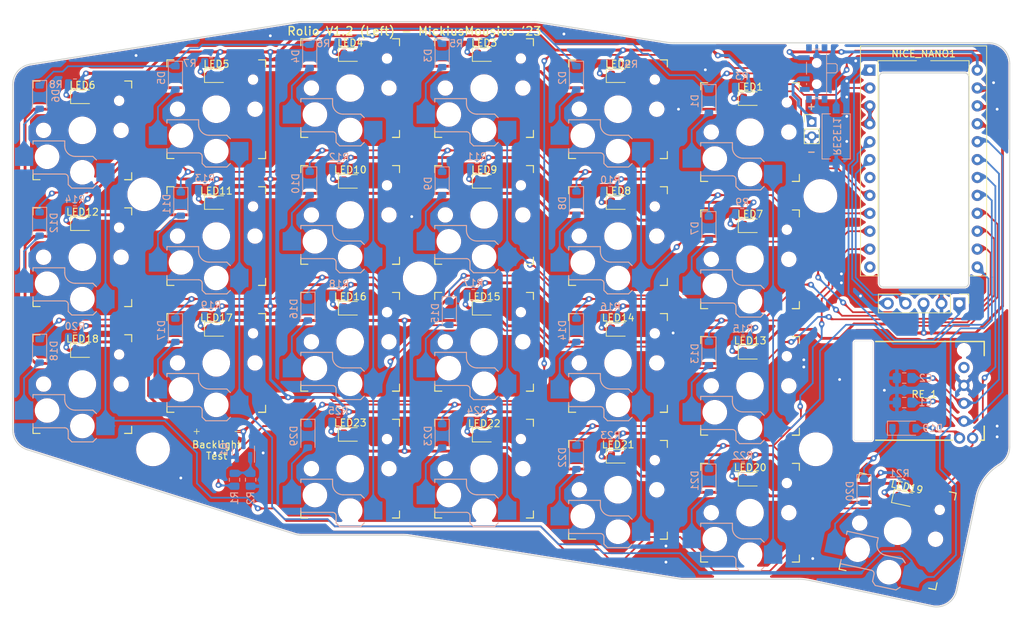
<source format=kicad_pcb>
(kicad_pcb (version 20221018) (generator pcbnew)
  (layers (0 "F.Cu" signal) (31 "B.Cu" signal) (34 "B.Paste" user) (35 "F.Paste" user) (36 "B.SilkS" user "B.Silkscreen") (37 "F.SilkS" user "F.Silkscreen") (38 "B.Mask" user) (39 "F.Mask" user) (44 "Edge.Cuts" user))
  (net 0 "")
  (net 1 "row0")
  (net 2 "Net-(D1-A)")
  (net 3 "Net-(D2-A)")
  (net 4 "Net-(D3-A)")
  (net 5 "Net-(D4-A)")
  (net 6 "Net-(D5-A)")
  (net 7 "Net-(D6-A)")
  (net 8 "row1")
  (net 9 "Net-(D7-A)")
  (net 10 "Net-(D8-A)")
  (net 11 "Net-(D9-A)")
  (net 12 "Net-(D10-A)")
  (net 13 "Net-(D11-A)")
  (net 14 "Net-(D12-A)")
  (net 15 "row2")
  (net 16 "Net-(D13-A)")
  (net 17 "Net-(D14-A)")
  (net 18 "Net-(D15-A)")
  (net 19 "Net-(D16-A)")
  (net 20 "Net-(D17-A)")
  (net 21 "Net-(D18-A)")
  (net 22 "CS")
  (net 23 "GND")
  (net 24 "VCC")
  (net 25 "SCK")
  (net 26 "MOSI")
  (net 27 "ENC_B")
  (net 28 "ENC_A")
  (net 29 "col0")
  (net 30 "col1")
  (net 31 "col2")
  (net 32 "col3")
  (net 33 "col4")
  (net 34 "Net-(LED1-K)")
  (net 35 "RST")
  (net 37 "Net-(D19-A)")
  (net 38 "Net-(D20-A)")
  (net 39 "Net-(D21-A)")
  (net 40 "Net-(D22-A)")
  (net 41 "Net-(D23-A)")
  (net 42 "Net-(LED2-K)")
  (net 44 "row3")
  (net 45 "Net-(LED3-K)")
  (net 46 "Net-(LED4-K)")
  (net 47 "Net-(LED5-K)")
  (net 48 "Net-(LED6-K)")
  (net 49 "Net-(LED7-K)")
  (net 50 "Net-(LED8-K)")
  (net 51 "Net-(LED9-K)")
  (net 52 "Net-(LED10-K)")
  (net 53 "Net-(LED11-K)")
  (net 54 "Net-(LED12-K)")
  (net 55 "Net-(LED13-K)")
  (net 56 "Net-(LED14-K)")
  (net 57 "Net-(LED15-K)")
  (net 58 "Net-(LED16-K)")
  (net 59 "Net-(LED17-K)")
  (net 60 "Net-(LED18-K)")
  (net 61 "Net-(LED19-K)")
  (net 62 "Net-(LED20-K)")
  (net 63 "Net-(LED21-K)")
  (net 64 "Net-(Q1-G)")
  (net 65 "BL_GND")
  (net 66 "BL_CTRL")
  (net 67 "Net-(LED22-K)")
  (net 68 "Net-(BATT1-+)")
  (net 69 "col5")
  (net 70 "VBATT")
  (net 71 "Net-(D29-A)")
  (net 72 "Net-(LED23-K)")
  (footprint "RolioSymbols:Kailh_socket_PG1350" (layer "F.Cu") (at 81.738 45.72)
    (fp_text reference "SW_B0" hide)
    (fp_text value "SW_Push")
  )
  (footprint "RolioSymbols:Kailh_socket_PG1350" (layer "F.Cu") (at 119.738 96.72)
    (fp_text reference "SW_B3" hide)
    (fp_text value "SW_Push")
  )
  (footprint "MountingHole:MountingHole_4.3mm_M4" (layer "F.Cu") (at 167.456 58.032)
    (fp_text reference "H3" hide)
    (fp_text value "MountingHole")
  )
  (footprint "RolioSymbols:Kailh_socket_PG1350" (layer "F.Cu") (at 100.738 96.72)
    (fp_text reference "SW_B4" hide)
    (fp_text value "SW_Push")
  )
  (footprint "RolioSymbols:Kailh_socket_PG1350" (layer "F.Cu") (at 100.738 60.72)
    (fp_text reference "SW_C1" hide)
    (fp_text value "SW_Push")
  )
  (footprint "LED_SMD:LED_0805_2012Metric" (layer "F.Cu") (at 119.758 37.965)
    (fp_text reference "LED3")
    (fp_text value "LED")
  )
  (footprint "RolioSymbols:Kailh_socket_PG1350" (layer "F.Cu") (at 81.738 63.72)
    (fp_text reference "SW_B1" hide)
    (fp_text value "SW_Push")
  )
  (footprint "LED_SMD:LED_0805_2012Metric" (layer "F.Cu") (at 119.758 73.965)
    (fp_text reference "LED15")
    (fp_text value "LED")
  )
  (footprint "Connector_PinHeader_2.54mm:PinHeader_1x05_P2.54mm_Vertical" (layer "F.Cu") (at 187.1724 73.28 -90)
    (fp_text reference "Nice!View1" hide)
    (fp_text value "~")
  )
  (footprint "MountingHole:MountingHole_4.3mm_M4" (layer "F.Cu") (at 166.808 93.97)
    (fp_text reference "H4" hide)
    (fp_text value "MountingHole")
  )
  (footprint "LED_SMD:LED_0805_2012Metric" (layer "F.Cu") (at 100.758 37.965)
    (fp_text reference "LED4")
    (fp_text value "LED")
  )
  (footprint "LED_SMD:LED_0805_2012Metric" (layer "F.Cu") (at 157.4909 44.215)
    (fp_text reference "LED1")
    (fp_text value "LED")
  )
  (footprint "RolioSymbols:Kailh_socket_PG1350" (layer "F.Cu") (at 157.4709 48.97)
    (fp_text reference "SW_F0" hide)
    (fp_text value "SW_Push")
  )
  (footprint "RolioSymbols:EVQWGD001" (layer "F.Cu") (at 182.1974 86.18 180)
    (fp_text reference "RE_1")
    (fp_text value "RotaryEncoder_Switch")
    (fp_line (start 7.3 -6.3) (end 7.3 7.3) (stroke (width 0.05)) (layer "Edge.Cuts"))
    (fp_line (start 7.6 7.6) (end 9.7 7.6) (stroke (width 0.05)) (layer "Edge.Cuts"))
    (fp_line (start 9.7 -6.6) (end 7.6 -6.6) (stroke (width 0.05)) (layer "Edge.Cuts"))
    (fp_line (start 10 7.3) (end 10 -6.3) (stroke (width 0.05)) (layer "Edge.Cuts"))
    (fp_arc (start 7.3 -6.3) (mid 7.387868 -6.512132) (end 7.6 -6.6) (stroke (width 0.05)) (layer "Edge.Cuts"))
    (fp_arc (start 7.6 7.6) (mid 7.387868 7.512132) (end 7.3 7.3) (stroke (width 0.05)) (layer "Edge.Cuts"))
    (fp_arc (start 9.7 -6.6) (mid 9.912132 -6.512132) (end 10 -6.3) (stroke (width 0.05)) (layer "Edge.Cuts"))
    (fp_arc (start 10 7.3) (mid 9.912132 7.512132) (end 9.7 7.6) (stroke (width 0.05)) (layer "Edge.Cuts"))
  )
  (footprint "MountingHole:MountingHole_4.3mm_M4" (layer "F.Cu") (at 71.518 57.788)
    (fp_text reference "H1" hide)
    (fp_text value "MountingHole")
  )
  (footprint "LED_SMD:LED_0805_2012Metric" (layer "F.Cu") (at 157.4909 80.215)
    (fp_text reference "LED13")
    (fp_text value "LED")
  )
  (footprint "LED_SMD:LED_0805_2012Metric" (layer "F.Cu") (at 100.758 91.865)
    (fp_text reference "LED23")
    (fp_text value "LED")
  )
  (footprint "RolioSymbols:Kailh_socket_PG1350" (layer "F.Cu") (at 62.738 84.72)
    (fp_text reference "SW_A2" hide)
    (fp_text value "SW_Push")
  )
  (footprint "LED_SMD:LED_0805_2012Metric" (layer "F.Cu") (at 100.758 55.965)
    (fp_text reference "LED10")
    (fp_text value "LED")
  )
  (footprint "RolioSymbols:Kailh_socket_PG1350" (layer "F.Cu") (at 119.738 60.72)
    (fp_text reference "SW_D1" hide)
    (fp_text value "SW_Push")
  )
  (footprint "LED_SMD:LED_0805_2012Metric" (layer "F.Cu") (at 81.758 76.965)
    (fp_text reference "LED17")
    (fp_text value "LED")
  )
  (footprint "RolioSymbols:Test Pads" (layer "F.Cu") (at 81.858 91.44 180)
    (fp_text reference "TP1" hide)
    (fp_text value "TestPoint_2Pole")
  )
  (footprint "LED_SMD:LED_0805_2012Metric" (layer "F.Cu") (at 157.4909 98.215)
    (fp_text reference "LED20")
    (fp_text value "LED")
  )
  (footprint "RolioSymbols:Kailh_socket_PG1350" (layer "F.Cu") (at 138.738 81.72)
    (fp_text reference "SW_E2" hide)
    (fp_text value "SW_Push")
  )
  (footprint "LED_SMD:LED_0805_2012Metric" (layer "F.Cu") (at 62.758 79.965)
    (fp_text reference "LED18")
    (fp_text value "LED")
  )
  (footprint "RolioSymbols:Kailh_socket_PG1350" (layer "F.Cu") (at 119.738 78.72)
    (fp_text reference "SW_D2" hide)
    (fp_text value "SW_Push")
  )
  (footprint "RolioSymbols:Kailh_socket_PG1350" (layer "F.Cu") (at 138.738 45.72)
    (fp_text reference "SW_E0" hide)
    (fp_text value "SW_Push")
  )
  (footprint "LED_SMD:LED_0805_2012Metric" (layer "F.Cu") (at 138.758 58.965)
    (fp_text reference "LED8")
    (fp_text value "LED")
  )
  (footprint "LED_SMD:LED_0805_2012Metric" (layer "F.Cu") (at 81.758 40.965)
    (fp_text reference "LED5")
    (fp_text value "LED")
  )
  (footprint "RolioSymbols:Nice Nano" (layer "F.Cu") (at 174.4724 40.17)
    (fp_text reference "NICE_NANO1")
    (fp_text value "nice_nano")
  )
  (footprint "LED_SMD:LED_0805_2012Metric" (layer "F.Cu") (at 138.758 94.965)
    (fp_text reference "LED21")
    (fp_text value "LED")
  )
  (footprint "MountingHole:MountingHole_4.3mm_M4" (layer "F.Cu") (at 110.61 69.716)
    (fp_text reference "H5" hide)
    (fp_text value "MountingHole")
  )
  (footprint "RolioSymbols:Kailh_socket_PG1350" (layer "F.Cu") (at 62.738 66.72)
    (fp_text reference "SW_A1" hide)
    (fp_text value "SW_Push")
  )
  (footprint "RolioSymbols:Kailh_socket_PG1350" (layer "F.Cu") (at 62.738 48.72)
    (fp_text reference "SW_A0" hide)
    (fp_text value "SW_Push")
  )
  (footprint "LED_SMD:LED_0805_2012Metric" (layer "F.Cu") (at 81.758 58.965)
    (fp_text reference "LED11")
    (fp_text value "LED")
  )
  (footprint "RolioSymbols:Kailh_socket_PG1350" (layer "F.Cu") (at 157.4709 84.97)
    (fp_text reference "SW_F2" hide)
    (fp_text value "SW_Push")
  )
  (footprint "RolioSymbols:Kailh_socket_PG1350" (layer "F.Cu") (at 119.738 42.72)
    (fp_text reference "SW_D0" hide)
    (fp_text value "SW_Push")
  )
  (footprint "RolioSymbols:Kailh_socket_PG1350" (layer "F.Cu") (at 178.409564 105.588765 -12)
    (fp_text reference "SW_E3" hide)
    (fp_text value "SW_Push")
  )
  (footprint "LED_SMD:LED_0805_2012Metric" (layer "F.Cu") (at 157.4909 62.26)
    (fp_text reference "LED7")
    (fp_text value "LED")
  )
  (footprint "RolioSymbols:Kailh_socket_PG1350" (layer "F.Cu") (at 157.4709 67.015)
    (fp_text reference "SW_F1" hide)
    (fp_text value "SW_Push")
  )
  (footprint "RolioSymbols:Kailh_socket_PG1350" (layer "F.Cu") (at 100.738 78.72)
    (fp_text reference "SW_C2" hide)
    (fp_text value "SW_Push")
  )
  (footprint "Connector_PinHeader_2.00mm:PinHeader_1x02_P2.00mm_Vertical" (layer "F.Cu") (at 166.228203 47.546)
    (fp_text reference "BATT1" hide)
    (fp_text value "Battery_Cell")
  )
  (footprint "LED_SMD:LED_0805_2012Metric" (layer "F.Cu") (at 119.758 55.965)
    (fp_text reference "LED9")
    (fp_text value "LED")
  )
  (footprint "LED_SMD:LED_0805_2012Metric" (layer "F.Cu") (at 138.758 76.965)
    (fp_text reference "LED14")
    (fp_text value "LED")
  )
  (footprint "RolioSymbols:Kailh_socket_PG1350" (layer "F.Cu") (at 138.738 63.72)
    (fp_text reference "SW_E1" hide)
    (fp_text value "SW_Push")
  )
  (footprint "LED_SMD:LED_0805_2012Metric" (layer "F.Cu") (at 138.758 40.965)
    (fp_text reference "LED2")
    (fp_text value "LED")
  )
  (footprint "RolioSymbols:Kailh_socket_PG1350" (layer "F.Cu") (at 100.738 42.72)
    (fp_text reference "SW_C0" hide)
    (fp_text value "SW_Push")
  )
  (footprint "MountingHole:MountingHole_4.3mm_M4" (layer "F.Cu") (at 72.768 93.98)
    (fp_text reference "H2" hide)
    (fp_text value "MountingHole")
  )
  (footprint "LED_SMD:LED_0805_2012Metric" (layer "F.Cu") (at 100.758 73.965)
    (fp_text reference "LED16")
    (fp_text value "LED")
  )
  (footprint "LED_SMD:LED_0805_2012Metric" (layer "F.Cu") (at 119.758 91.965)
    (fp_text reference "LED22")
    (fp_text value "LED")
  )
  (footprint "RolioSymbols:Kailh_socket_PG1350" (layer "F.Cu") (at 138.738 99.72)
    (fp_text reference "SW_C3" hide)
    (fp_text value "SW_Push")
  )
  (footprint "RolioSymbols:Kailh_socket_PG1350" (layer "F.Cu") (at 81.738 81.72)
    (fp_text reference "SW_B2" hide)
    (fp_text value "SW_Push")
  )
  (footprint "RolioSymbols:Kailh_socket_PG1350" (layer "F.Cu") (at 157.4709 102.97)
    (fp_text reference "SW_F3" hide)
    (fp_text value "SW_Push")
  )
  (footprint "LED_SMD:LED_0805_2012Metric" (layer "F.Cu") (at 62.758 43.965)
    (fp_text reference "LED6")
    (fp_text value "LED")
  )
  (footprint "LED_SMD:LED_0805_2012Metric" (layer "F.Cu") (at 179.384968 100.934864 -12)
    (fp_text reference "LED19")
    (fp_text value "LED")
  )
  (footprint "LED_SMD:LED_0805_2012Metric" (layer "F.Cu") (at 62.758 61.965)
    (fp_text reference "LED12")
    (fp_text value "LED")
  )
  (footprint "Resistor_SMD:R_0805_2012Metric" (layer "B.Cu") (at 61.69269 42.17 180)
    (fp_text reference "R8")
    (fp_text value "680")
  )
  (footprint "Diode_SMD:D_SOD-123" (layer "B.Cu") (at 75.946 77.088 -90)
    (fp_text reference "D17")
    (fp_text value "1N4148W")
  )
  (footprint "Capacitor_SMD:C_0805_2012Metric_Pad1.18x1.45mm_HandSolder" (layer "B.Cu") (at 179.3455 87.339)
    (fp_text reference "C1")
    (fp_text value "100nF")
  )
  (footprint "Diode_SMD:D_SOD-123" (layer "B.Cu") (at 94.996 56.26 -90)
    (fp_text reference "D10")
    (fp_text value "1N4148W")
  )
  (footprint "Diode_SMD:D_SOD-123" (layer "B.Cu") (at 151.638 80.39 -90)
    (fp_text reference "D13")
    (fp_text value "1N4148W" hide)
  )
  (footprint "Resistor_SMD:R_0805_2012Metric" (layer "B.Cu") (at 99.1635 54.17 180)
    (fp_text reference "R12")
    (fp_text value "680")
  )
  (footprint "Diode_SMD:D_SOD-123" (layer "B.Cu") (at 151.638 44.576 -90)
    (fp_text reference "D1")
    (fp_text value "1N4148W" hide)
  )
  (footprint "Resistor_SMD:R_0805_2012Metric" (layer "B.Cu") (at 137.668 57.404 180)
    (fp_text reference "R10")
    (fp_text value "680")
  )
  (footprint "Diode_SMD:D_SOD-123" (layer "B.Cu") (at 56.6764 62.0025 -90)
    (fp_text reference "D12")
    (fp_text value "1N4148W")
  )
  (footprint "Capacitor_SMD:C_0805_2012Metric_Pad1.18x1.45mm_HandSolder" (layer "B.Cu") (at 179.3455 83.868)
    (fp_text reference "C2")
    (fp_text value "100nF")
  )
  (footprint "Diode_SMD:D_SOD-123" (layer "B.Cu") (at 132.842 77.088 -90)
    (fp_text reference "D14")
    (fp_text value "1N4148W")
  )
  (footprint "Resistor_SMD:R_0805_2012Metric" (layer "B.Cu") (at 86.614 98.298 90)
    (fp_text reference "R2")
    (fp_text value "10k")
  )
  (footprint "Resistor_SMD:R_0805_2012Metric" (layer "B.Cu") (at 178.6655 99.06 180)
    (fp_text reference "R21")
    (fp_text value "680")
  )
  (footprint "Diode_SMD:D_SOD-123" (layer "B.Cu") (at 114.808 74.676 -90)
    (fp_text reference "D15")
    (fp_text value "1N4148W")
  )
  (footprint "Resistor_SMD:R_0805_2012Metric" (layer "B.Cu") (at 99.1635 72.17 180)
    (fp_text reference "R18")
    (fp_text value "680")
  )
  (footprint "Resistor_SMD:R_0805_2012Metric" (layer "B.Cu") (at 80.99669 75.17 180)
    (fp_text reference "R19")
    (fp_text value "680")
  )
  (footprint "Resistor_SMD:R_0805_2012Metric" (layer "B.Cu") (at 61.69269 60.17 180)
    (fp_text reference "R14")
    (fp_text value "680")
  )
  (footprint "Diode_SMD:D_SOD-123" (layer "B.Cu") (at 113.792 38.1 -90)
    (fp_text reference "D3")
    (fp_text value "1N4148W")
  )
  (footprint "Resistor_SMD:R_0805_2012Metric" (layer "B.Cu") (at 118.7215 90.102 180)
    (fp_text reference "R24")
    (fp_text value "680")
  )
  (footprint "Resistor_SMD:R_0805_2012Metric" (layer "B.Cu") (at 84.328 98.298 90)
    (fp_text reference "R1")
    (fp_text value "470")
  )
  (footprint "Diode_SMD:D_SOD-123" (layer "B.Cu") (at 132.842 95.126 -90)
    (fp_text reference "D22")
    (fp_text value "1N4148W")
  )
  (footprint "Diode_SMD:D_SOD-123" (layer "B.Cu") (at 113.792 92.074 -90)
    (fp_text reference "D23")
    (fp_text value "1N4148W")
  )
  (footprint "Diode_SMD:D_SOD-123" (layer "B.Cu") (at 76.708 59.182 -90)
    (fp_text reference "D11")
    (fp_text value "1N4148W")
  )
  (footprint "Diode_SMD:D_SOD-123" (layer "B.Cu") (at 151.638 62.61 -90)
    (fp_text reference "D7")
    (fp_text value "1N4148W" hide)
  )
  (footprint "Button_Switch_SMD:SW_SPDT_PCM12" (layer "B.Cu") (at 166.609 40.66 -90)
    (fp_text reference "SW4" hide)
    (fp_text value "SW_DIP_x01")
  )
  (footprint "Resistor_SMD:R_0805_2012Metric" (layer "B.Cu") (at 61.69269 78.17 180)
    (fp_text reference "R20")
    (fp_text value "680")
  )
  (footprint "Diode_SMD:D_SOD-123" (layer "B.Cu") (at 173.646946 99.911944 -90)
    (fp_text reference "D20")
    (fp_text value "1N4148W")
  )
  (footprint "Resistor_SMD:R_0805_2012Metric" (layer "B.Cu") (at 99.9255 36.322 180)
    (fp_text reference "R6")
    (fp_text value "680")
  )
  (footprint "Diode_SMD:D_SOD-123" (layer "B.Cu") (at 94.742 92.074 -90)
    (fp_text reference "D29")
    (fp_text value "1N4148W")
  )
  (footprint "Diode_SMD:D_SOD-123" (layer "B.Cu") (at 94.996 38.226 -90)
    (fp_text reference "D4")
    (fp_text value "1N4148W")
  )
  (footprint "Resistor_SMD:R_0805_2012Metric" (layer "B.Cu") (at 137.668 39.37 180)
    (fp_text reference "R4")
    (fp_text value "680")
  )
  (footprint "Button_Switch_SMD:SW_Tactile_SPST_NO_Straight_CK_PTS636Sx25SMTRLFS" (layer "B.Cu") (at 169.694 49.578 -90)
    (fp_text reference "RESET1")
    (fp_text value "Reset")
  )
  (footprint "Diode_SMD:D_SOD-123" (layer "B.Cu") (at 132.842 41.274 -90)
    (fp_text reference "D2")
    (fp_text value "1N4148W")
  )
  (footprint "Diode_SMD:D_SOD-123" (layer "B.Cu") (at 132.842 59.054 -90)
    (fp_text reference "D8")
    (fp_text value "1N4148W")
  )
  (footprint "Resistor_SMD:R_0805_2012Metric" (layer "B.Cu") (at 118.7215 54.102 180)
    (fp_text reference "R11")
    (fp_text value "680")
  )
  (footprint "Diode_SMD:D_SOD-123" (layer "B.Cu") (at 56.6764 80.0025 -90)
    (fp_text reference "D18")
    (fp_text value "1N4148W")
  )
  (footprint "Resistor_SMD:R_0805_2012Metric" (layer "B.Cu") (at 156.464 78.52 180)
    (fp_text reference "R15")
    (fp_text value "680")
  )
  (footprint "Resistor_SMD:R_0805_2012Metric" (layer "B.Cu") (at 156.464 96.52 180)
    (fp_text reference "R22")
    (fp_text value "680")
  )
  (footprint "Diode_SMD:D_SOD-123" (layer "B.Cu") (at 75.946 41.274 -90)
    (fp_text reference "D5")
    (fp_text value "1N4148W")
  )
  (footprint "Resistor_SMD:R_0805_2012Metric" (layer "B.Cu") (at 80.99669 39.17 180)
    (fp_text reference "R7")
    (fp_text value "680")
  )
  (footprint "Diode_SMD:D_SOD-123" (layer "B.Cu") (at 56.6764 44.0025 -90)
    (fp_text reference "D6")
    (fp_text value "1N4148W")
  )
  (footprint "Diode_SMD:D_SOD-123" (layer "B.Cu") (at 113.792 56.26 -90)
    (fp_text reference "D9")
    (fp_text value "1N4148W")
  )
  (footprint "Resistor_SMD:R_0805_2012Metric" (layer "B.Cu") (at 99.0435 90.17 180)
    (fp_text reference "R25")
    (fp_text value "680")
  )
  (footprint "Diode_SMD:D_SOD-123" (layer "B.Cu") (at 179.323 90.98)
    (fp_text reference "D19")
    (fp_text value "1N4148W")
  )
  (footprint "Package_TO_SOT_SMD:SOT-23" (layer "B.Cu") (at 85.598 94.1555 90)
    (fp_text reference "Q1")
    (fp_text value "AO3400A")
  )
  (footprint "Resistor_SMD:R_0805_2012Metric" (layer "B.Cu") (at 137.668 93.654 180)
    (fp_text reference "R23")
    (fp_text value "680")
  )
  (footprint "Diode_SMD:D_SOD-123" (layer "B.Cu") (at 151.638 98.424 -90)
    (fp_text reference "D21")
    (fp_text value "1N4148W")
  )
  (footprint "Resistor_SMD:R_0805_2012Metric" (layer "B.Cu") (at 118.7215 36.322 180)
    (fp_text reference "R5")
    (fp_text value "680")
  )
  (footprint "Diode_SMD:D_SOD-123" (layer "B.Cu") (at 94.742 74.04 -90)
    (fp_text reference "D16")
    (fp_text value "1N4148W")
  )
  (footprint "Resistor_SMD:R_0805_2012Metric" (layer "B.Cu") (at 118.2135 72.036 180)
    (fp_text reference "R17")
    (fp_text value "680")
  )
  (footprint "Resistor_SMD:R_0805_2012Metric" (layer "B.Cu") (at 137.668 75.404 180)
    (fp_text reference "R16")
    (fp_text value "680")
  )
  (footprint "Resistor_SMD:R_0805_2012Metric" (layer "B.Cu") (at 156.3605 60.565 180)
    (fp_text reference "R9")
    (fp_text value "680")
  )
  (footprint "Resistor_SMD:R_0805_2012Metric" (layer "B.Cu") (at 156.3135 42.672 180)
    (fp_text reference "R3")
    (fp_text value "680")
  )
  (footprint "Resistor_SMD:R_0805_2012Metric" (layer "B.Cu") (at 80.12869 57.17 180)
    (fp_text reference "R13")
    (fp_text value "680")
  )
  (gr_arc (start 187.885 40.563787) (mid 188.309264 40.739523) (end 188.485 41.163787) (stroke (width 0.15)) (layer "Edge.Cuts"))
  (gr_arc (start 189.634277 100.702935) (mid 190.780598 98.103225) (end 192.871473 96.179481) (stroke (width 0.15)) (layer "Edge.Cuts"))
  (gr_line (start 108.130531 106.153787) (end 93.79175 106.153787) (stroke (width 0.15)) (layer "Edge.Cuts"))
  (gr_line (start 52.8506 42.251363) (end 52.8506 91.21628) (stroke (width 0.15)) (layer "Edge.Cuts"))
  (gr_arc (start 108.130531 106.153787) (mid 108.713499 106.176945) (end 109.292795 106.246264) (stroke (width 0.15)) (layer "Edge.Cuts"))
  (gr_arc (start 54.912916 94.029555) (mid 53.421401 92.960389) (end 52.8506 91.21628) (stroke (width 0.15)) (layer "Edge.Cuts"))
  (gr_line (start 55.340675 39.337437) (end 93.339296 33.339861) (stroke (width 0.15)) (layer "Edge.Cuts"))
  (gr_line (start 189.634277 100.702935) (end 186.809051 113.994582) (stroke (width 0.15)) (layer "Edge.Cuts"))
  (gr_line (start 175.785 41.163787) (end 175.785 70.373787) (stroke (width 0.15)) (layer "Edge.Cuts"))
  (gr_arc (start 194.31 93.646114) (mid 193.925287 95.102768) (end 192.871473 96.179481) (stroke (width 0.15)) (layer "Edge.Cuts"))
  (gr_arc (start 188.485 70.373787) (mid 188.309264 70.798051) (end 187.885 70.973787) (stroke (width 0.15)) (layer "Edge.Cuts"))
  (gr_line (start 187.885 40.563787) (end 176.385 40.563787) (stroke (width 0.15)) (layer "Edge.Cuts"))
  (gr_arc (start 52.8506 42.251363) (mid 53.557901 40.334873) (end 55.340675 39.337437) (stroke (width 0.15)) (layer "Edge.Cuts"))
  (gr_arc (start 176.385 70.973787) (mid 175.960741 70.79805) (end 175.785 70.373787) (stroke (width 0.15)) (layer "Edge.Cuts"))
  (gr_arc (start 175.785 41.163787) (mid 175.960736 40.739523) (end 176.385 40.563787) (stroke (width 0.15)) (layer "Edge.Cuts"))
  (gr_arc (start 93.79175 106.153787) (mid 93.342673 106.119412) (end 92.904066 106.017062) (stroke (width 0.15)) (layer "Edge.Cuts"))
  (gr_line (start 164.36372 112.403787) (end 147.976937 112.403787) (stroke (width 0.15)) (layer "Edge.Cuts"))
  (gr_line (start 54.912916 94.029555) (end 92.904066 106.017062) (stroke (width 0.15)) (layer "Edge.Cuts"))
  (gr_arc (start 93.339296 33.339861) (mid 93.568552 33.312823) (end 93.799221 33.303787) (stroke (width 0.15)) (layer "Edge.Cuts"))
  (gr_arc (start 147.976937 112.403787) (mid 147.742957 112.394496) (end 147.510451 112.366671) (stroke (width 0.15)) (layer "Edge.Cuts"))
  (gr_line (start 188.485 70.373787) (end 188.485 41.163787) (stroke (width 0.15)) (layer "Edge.Cuts"))
  (gr_line (start 93.799221 33.303787) (end 126.89023 33.303787) (stroke (width 0.15)) (layer "Edge.Cuts"))
  (gr_line (start 183.310176 116.266778) (end 165.891871 112.564403) (stroke (width 0.15)) (layer "Edge.Cuts"))
  (gr_arc (start 191.36 36.303787) (mid 193.445979 37.16782) (end 194.31 39.253787) (stroke (width 0.15)) (layer "Edge.Cuts"))
  (gr_line (start 194.31 93.646114) (end 194.31 39.253787) (stroke (width 0.15)) (layer "Edge.Cuts"))
  (gr_line (start 109.292795 106.246264) (end 147.510451 112.366671) (stroke (width 0.15)) (layer "Edge.Cuts"))
  (gr_arc (start 146.705078 36.303787) (mid 146.130362 36.281281) (end 145.559164 36.21391) (stroke (width 0.15)) (layer "Edge.Cuts"))
  (gr_arc (start 186.809051 113.994582) (mid 185.530198 115.85532) (end 183.310176 116.266778) (stroke (width 0.15)) (layer "Edge.Cuts"))
  (gr_line (start 187.885 70.973787) (end 176.385 70.973787) (stroke (width 0.15)) (layer "Edge.Cuts"))
  (gr_line (start 146.705078 36.303787) (end 191.36 36.303787) (stroke (width 0.15)) (layer "Edge.Cuts"))
  (gr_arc (start 126.89023 33.303787) (mid 127.120899 33.312821) (end 127.350155 33.339861) (stroke (width 0.15)) (layer "Edge.Cuts"))
  (gr_line (start 127.350155 33.339861) (end 145.559164 36.21391) (stroke (width 0.15)) (layer "Edge.Cuts"))
  (gr_arc (start 164.36372 112.403787) (mid 165.132004 112.444052) (end 165.891871 112.564403) (stroke (width 0.15)) (layer "Edge.Cuts"))
  (gr_text "+\n\n\n\n-" (at 166.878 52.324) (layer "B.SilkS") (effects (font (size 1 1)) (justify left bottom mirror)))
  (gr_text "+\n\n\n\n-" (at 165.474 52.324) (layer "F.SilkS") (effects (font (size 1 1)) (justify left bottom)))
  (gr_text "Rolio V1.2 (Left) - MickiusMousius '23" (at 91.694 35.354) (layer "F.SilkS") (effects (font (size 1.2 1.2) (thickness 0.1875)) (justify left bottom)))
  (gr_text "Backlight\nTest" (at 81.788 95.504) (layer "F.SilkS") (effects (font (size 1 1)) (justify bottom)))
  (segment (start 173.774 57.95) (end 174.4724 57.95) (width 0.25) (layer "F.Cu") (net 1))
  (segment (start 164.719 44.323) (end 164.719 51.181) (width 0.25) (layer "F.Cu") (net 1))
  (segment (start 154.178 40.64) (end 159.004 40.64) (width 0.25) (layer "F.Cu") (net 1))
  (segment (start 163.576 43.18) (end 164.719 44.323) (width 0.25) (layer "F.Cu") (net 1))
  (segment (start 164.719 51.181) (end 167.64 54.102) (width 0.25) (layer "F.Cu") (net 1))
  (segment (start 169.926 54.102) (end 173.774 57.95) (width 0.25) (layer "F.Cu") (net 1))
  (segment (start 161.544 43.18) (end 163.576 43.18) (width 0.25) (layer "F.Cu") (net 1))
  (segment (start 167.64 54.102) (end 169.926 54.102) (width 0.25) (layer "F.Cu") (net 1))
  (segment (start 159.004 40.64) (end 161.544 43.18) (width 0.25) (layer "F.Cu") (net 1))
  (via (at 154.178 40.64) (size 0.8) (drill 0.4) (layers "F.Cu" "B.Cu") (net 1))
  (segment (start 59.944 40.386) (end 60.706 39.624) (width 0.25) (layer "B.Cu") (net 1))
  (segment (start 111.632 34.29) (end 112.268 34.29) (width 0.25) (layer "B.Cu") (net 1))
  (segment (start 97.282 34.29) (end 94.996 36.576) (width 0.25) (layer "B.Cu") (net 1))
  (segment (start 56.6764 42.3525) (end 58.6429 40.386) (width 0.25) (layer "B.Cu") (net 1))
  (segment (start 77.978 37.084) (end 79.248 37.084) (width 0.25) (layer "B.Cu") (net 1))
  (segment (start 149.606 40.894) (end 151.638 42.926) (width 0.25) (layer "B.Cu") (net 1))
  (segment (start 60.706 39.624) (end 75.946 39.624) (width 0.25) (layer "B.Cu") (net 1))
  (segment (start 79.248 37.084) (end 79.756 36.576) (width 0.25) (layer "B.Cu") (net 1))
  (segment (start 127.508 34.29) (end 132.842 39.624) (width 0.25) (layer "B.Cu") (net 1))
  (segment (start 58.6429 40.386) (end 59.944 40.386) (width 0.25) (layer "B.Cu") (net 1))
  (segment (start 113.792 36.45) (end 111.632 34.29) (width 0.25) (layer "B.Cu") (net 1))
  (segment (start 153.924 40.64) (end 154.178 40.64) (width 0.25) (layer "B.Cu") (net 1))
  (segment (start 75.946 39.624) (end 75.946 39.116) (width 0.25) (layer "B.Cu") (net 1))
  (segment (start 111.632 34.29) (end 111.252 34.29) (width 0.25) (layer "B.Cu") (net 1))
  (segment (start 79.756 36.576) (end 94.996 36.576) (width 0.25) (layer "B.Cu") (net 1))
  (segment (start 142.24 37.846) (end 143.002 37.846) (width 0.25) (layer "B.Cu") (net 1))
  (segment (start 75.946 39.116) (end 77.978 37.084) (width 0.25) (layer "B.Cu") (net 1))
  (segment (start 97.282 34.29) (end 111.252 34.29) (width 0.25) (layer "B.Cu") (net 1))
  (segment (start 146.05 40.894) (end 149.606 40.894) (width 0.25) (layer "B.Cu") (net 1))
  (segment (start 140.857 36.463) (end 142.24 37.846) (width 0.25) (layer "B.Cu") (net 1))
  (segment (start 112.268 34.29) (end 127.508 34.29) (width 0.25) (layer "B.Cu") (net 1))
  (segment (start 151.638 42.926) (end 153.924 40.64) (width 0.25) (layer "B.Cu") (net 1))
  (segment (start 111.252 34.29) (end 112.268 34.29) (width 0.25) (layer "B.Cu") (net 1))
  (segment (start 143.002 37.846) (end 146.05 40.894) (width 0.25) (layer "B.Cu") (net 1))
  (segment (start 129.681 36.463) (end 140.857 36.463) (width 0.25) (layer "B.Cu") (net 1))
  (segment (start 149.1959 48.6681) (end 151.638 46.226) (width 0.25) (layer "B.Cu") (net 2))
  (segment (start 149.1959 52.72) (end 149.1959 48.6681) (width 0.25) (layer "B.Cu") (net 2))
  (segment (start 130.463 45.303) (end 132.842 42.924) (width 0.25) (layer "B.Cu") (net 3))
  (segment (start 130.463 49.47) (end 130.463 45.303) (width 0.25) (layer "B.Cu") (net 3))
  (segment (start 111.463 46.47) (end 111.463 42.079) (width 0.25) (layer "B.Cu") (net 4))
  (segment (start 111.463 42.079) (end 113.792 39.75) (width 0.25) (layer "B.Cu") (net 4))
  (segment (start 92.463 42.409) (end 94.996 39.876) (width 0.25) (layer "B.Cu") (net 5))
  (segment (start 92.463 46.47) (end 92.463 42.409) (width 0.25) (layer "B.Cu") (net 5))
  (segment (start 73.463 45.407) (end 75.946 42.924) (width 0.25) (layer "B.Cu") (net 6))
  (segment (start 73.463 49.47) (end 73.463 45.407) (width 0.25) (layer "B.Cu") (net 6))
  (segment (start 54.463 52.47) (end 54.463 47.8659) (width 0.25) (layer "B.Cu") (net 7))
  (segment (start 54.463 47.8659) (end 56.6764 45.6525) (width 0.25) (layer "B.Cu") (net 7))
  (segment (start 77.724 54.61) (end 89.916 54.61) (width 0.25) (layer "F.Cu") (net 8))
  (segment (start 146.812 54.61) (end 150.114 57.912) (width 0.25) (layer "F.Cu") (net 8))
  (segment (start 77.724 54.61) (end 75.946 52.832) (width 0.25) (layer "F.Cu") (net 8))
  (segment (start 164.846 62.23) (end 169.164 62.23) (width 0.25) (layer "F.Cu") (net 8))
  (segment (start 58.533 57.545) (end 58.42 57.658) (width 0.25) (layer "F.Cu") (net 8))
  (segment (start 89.916 54.61) (end 92.964 51.562) (width 0.25) (layer "F.Cu") (net 8))
  (segment (start 127 51.562) (end 130.048 54.61) (width 0.25) (layer "F.Cu") (net 8))
  (segment (start 130.048 54.61) (end 134.112 54.61) (width 0.25) (layer "F.Cu") (net 8))
  (segment (start 75.946 52.832) (end 68.133406 52.832) (width 0.25) (layer "F.Cu") (net 8))
  (segment (start 150.114 57.912) (end 152.908 57.912) (width 0.25) (layer "F.Cu") (net 8))
  (segment (start 170.904 60.49) (end 174.4724 60.49) (width 0.25) (layer "F.Cu") (net 8))
  (segment (start 114.554 51.562) (end 127 51.562) (width 0.25) (layer "F.Cu") (net 8))
  (segment (start 96.774 51.562) (end 114.554 51.562) (width 0.25) (layer "F.Cu") (net 8))
  (segment (start 169.164 62.23) (end 170.904 60.49) (width 0.25) (layer "F.Cu") (net 8))
  (segment (start 68.133406 52.832) (end 63.420406 57.545) (width 0.25) (layer "F.Cu") (net 8))
  (segment (start 160.528 57.912) (end 164.846 62.23) (width 0.25) (layer "F.Cu") (net 8))
  (segment (start 92.964 51.562) (end 96.774 51.562) (width 0.25) (layer "F.Cu") (net 8))
  (segment (start 134.112 54.61) (end 146.812 54.61) (width 0.25) (layer "F.Cu") (net 8))
  (segment (start 63.420406 57.545) (end 58.533 57.545) (width 0.25) (layer "F.Cu") (net 8))
  (segment (start 152.908 57.912) (end 160.528 57.912) (width 0.25) (layer "F.Cu") (net 8))
  (via (at 134.112 54.61) (size 0.8) (drill 0.4) (layers "F.Cu" "B.Cu") (net 8))
  (via (at 58.42 57.658) (size 0.8) (drill 0.4) (layers "F.Cu" "B.Cu") (net 8))
  (via (at 96.774 51.562) (size 0.8) (drill 0.4) (layers "F.Cu" "B.Cu") (net 8))
  (via (at 152.908 57.912) (size 0.8) (drill 0.4) (layers "F.Cu" "B.Cu") (net 8))
  (via (at 114.554 51.562) (size 0.8) (drill 0.4) (layers "F.Cu" "B.Cu") (net 8))
  (via (at 77.724 54.61) (size 0.8) (drill 0.4) (layers "F.Cu" "B.Cu") (net 8))
  (segment (start 151.638 59.182) (end 152.908 57.912) (width 0.25) (layer "B.Cu") (net 8))
  (segment (start 94.996 54.61) (end 94.996 53.34) (width 0.25) (layer "B.Cu") (net 8))
  (segment (start 56.6764 59.4016) (end 58.42 57.658) (width 0.25) (layer "B.Cu") (net 8))
  (segment (start 76.708 57.532) (end 76.708 55.626) (width 0.25) (layer "B.Cu") (net 8))
  (segment (start 113.792 54.61) (end 113.792 52.324) (width 0.25) (layer "B.Cu") (net 8))
  (segment (start 76.708 55.626) (end 77.724 54.61) (width 0.25) (layer "B.Cu") (net 8))
  (segment (start 132.842 55.88) (end 134.112 54.61) (width 0.25) (layer "B.Cu") (net 8))
  (segment (start 56.6764 60.3525) (end 56.6764 59.4016) (width 0.25) (layer "B.Cu") (net 8))
  (segment (start 113.792 52.324) (end 114.554 51.562) (width 0.25) (layer "B.Cu") (net 8))
  (segment (start 132.842 57.404) (end 132.842 55.88) (width 0.25) (layer "B.Cu") (net 8))
  (segment (start 94.996 53.34) (end 96.774 51.562) (width 0.25) (layer "B.Cu") (net 8))
  (segment (start 151.638 60.96) (end 151.638 59.182) (width 0.25) (layer "B.Cu") (net 8))
  (segment (start 149.1959 70.765) (end 149.1959 66.7021) (width 0.25) (layer "B.Cu") (net 9))
  (segment (start 149.1959 66.7021) (end 151.638 64.26) (width 0.25) (layer "B.Cu") (net 9))
  (segment (start 130.463 67.47) (end 130.463 63.083) (width 0.25) (layer "B.Cu") (net 10))
  (segment (start 130.463 63.083) (end 132.842 60.704) (width 0.25) (layer "B.Cu") (net 10))
  (segment (start 111.463 64.47) (end 111.463 60.239) (width 0.25) (layer "B.Cu") (net 11))
  (segment (start 111.463 60.239) (end 113.792 57.91) (width 0.25) (layer "B.Cu") (net 11))
  (segment (start 92.463 64.47) (end 92.463 60.443) (width 0.25) (layer "B.Cu") (net 12))
  (segment (start 92.463 60.443) (end 94.996 57.91) (width 0.25) (layer "B.Cu") (net 12))
  (segment (start 76.072 60.832) (end 73.463 63.441) (width 0.25) (layer "B.Cu") (net 13))
  (segment (start 73.463 67.47) (end 73.463 63.441) (width 0.25) (layer "B.Cu") (net 13))
  (segment (start 76.708 60.832) (end 76.072 60.832) (width 0.25) (layer "B.Cu") (net 13))
  (segment (start 54.463 65.8659) (end 56.6764 63.6525) (width 0.25) (layer "B.Cu") (net 14))
  (segment (start 54.463 70.47) (end 54.463 65.8659) (width 0.25) (layer "B.Cu") (net 14))
  (segment (start 150.114 75.692) (end 153.416 75.692) (width 0.25) (layer "F.Cu") (net 15))
  (segment (start 130.81 72.644) (end 134.62 72.644) (width 0.25) (layer "F.Cu") (net 15))
  (segment (start 92.964 69.596) (end 96.774 69.596) (width 0.25) (layer "F.Cu") (net 15))
  (segment (start 108.458 73.914) (end 112.268 73.914) (width 0.25) (layer "F.Cu") (net 15))
  (segment (start 147.066 72.644) (end 150.114 75.692) (width 0.25) (layer "F.Cu") (net 15))
  (segment (start 104.14 69.596) (end 108.458 73.914) (width 0.25) (layer "F.Cu") (net 15))
  (segment (start 174.4724 63.03) (end 171.412 63.03) (width 0.25) (layer "F.Cu") (net 15))
  (segment (start 171.412 63.03) (end 168.656 65.786) (width 0.25) (layer "F.Cu") (net 15))
  (segment (start 112.268 73.914) (end 116.84 69.342) (width 0.25) (layer "F.Cu") (net 15))
  (segment (start 73.66 72.644) (end 78.232 72.644) (width 0.25) (layer "F.Cu") (net 15))
  (segment (start 59.549 75.579) (end 70.725 75.579) (width 0.25) (layer "F.Cu") (net 15))
  (segment (start 89.916 72.644) (end 92.964 69.596) (width 0.25) (layer "F.Cu") (net 15))
  (segment (start 96.774 69.596) (end 104.14 69.596) (width 0.25) (layer "F.Cu") (net 15))
  (segment (start 78.232 72.644) (end 89.916 72.644) (width 0.25) (layer "F.Cu") (net 15))
  (segment (start 59.436 75.692) (end 59.549 75.579) (width 0.25) (layer "F.Cu") (net 15))
  (segment (start 163.576 75.692) (end 153.416 75.692) (width 0.25) (layer "F.Cu") (net 15))
  (segment (start 116.84 69.342) (end 127.508 69.342) (width 0.25) (layer "F.Cu") (net 15))
  (segment (start 127.508 69.342) (end 130.81 72.644) (width 0.25) (layer "F.Cu") (net 15))
  (segment (start 70.725 75.579) (end 73.66 72.644) (width 0.25) (layer "F.Cu") (net 15))
  (segment (start 168.656 70.612) (end 163.576 75.692) (width 0.25) (layer "F.Cu") (net 15))
  (segment (start 168.656 65.786) (end 168.656 70.612) (width 0.25) (layer "F.Cu") (net 15))
  (segment (start 134.62 72.644) (end 147.066 72.644) (width 0.25) (layer "F.Cu") (net 15))
  (via (at 96.774 69.596) (size 0.8) (drill 0.4) (layers "F.Cu" "B.Cu") (net 15))
  (via (at 78.232 72.644) (size 0.8) (drill 0.4) (layers "F.Cu" "B.Cu") (net 15))
  (via (at 134.62 72.644) (size 0.8) (drill 0.4) (layers "F.Cu" "B.Cu") (net 15))
  (via (at 59.436 75.692) (size 0.8) (drill 0.4) (layers "F.Cu" "B.Cu") (net 15))
  (via (at 116.84 69.342) (size 0.8) (drill 0.4) (layers "F.Cu" "B.Cu") (net 15))
  (via (at 153.416 75.692) (size 0.8) (drill 0.4) (layers "F.Cu" "B.Cu") (net 15))
  (segment (start 56.6764 78.3525) (end 59.3369 75.692) (width 0.25) (layer "B.Cu") (net 15))
  (segment (start 75.946 74.93) (end 78.232 72.644) (width 0.25) (layer "B.Cu") (net 15))
  (segment (start 132.842 74.422) (end 134.62 72.644) (width 0.25) (layer "B.Cu") (net 15))
  (segment (start 59.3369 75.692) (end 59.436 75.692) (width 0.25) (layer "B.Cu") (net 15))
  (segment (start 114.808 73.026) (end 114.808 71.374) (width 0.25) (layer "B.Cu") (net 15))
  (segment (start 151.638 78.74) (end 151.638 77.47) (width 0.25) (layer "B.Cu") (net 15))
  (segment (start 151.638 77.47) (end 153.416 75.692) (width 0.25) (layer "B.Cu") (net 15))
  (segment (start 59.436 75.692) (end 59.436 75.5929) (width 0.25) (layer "B.Cu") (net 15))
  (segment (start 94.742 71.628) (end 96.774 69.596) (width 0.25) (layer "B.Cu") (net 15))
  (segment (start 132.842 75.438) (end 132.842 74.422) (width 0.25) (layer "B.Cu") (net 15))
  (segment (start 94.742 72.39) (end 94.742 71.628) (width 0.25) (layer "B.Cu") (net 15))
  (segment (start 59.436 75.5929) (end 59.3369 75.692) (width 0.25) (layer "B.Cu") (net 15))
  (segment (start 114.808 71.374) (end 116.84 69.342) (width 0.25) (layer "B.Cu") (net 15))
  (segment (start 75.946 75.438) (end 75.946 74.93) (width 0.25) (layer "B.Cu") (net 15))
  (segment (start 149.1959 88.72) (end 149.1959 84.4821) (width 0.25) (layer "B.Cu") (net 16))
  (segment (start 149.1959 84.4821) (end 151.638 82.04) (width 0.25) (layer "B.Cu") (net 16))
  (segment (start 130.463 85.47) (end 130.463 81.117) (width 0.25) (layer "B.Cu") (net 17))
  (segment (start 130.463 81.117) (end 132.842 78.738) (width 0.25) (layer "B.Cu") (net 17))
  (segment (start 113.412 76.326) (end 114.808 76.326) (width 0.25) (layer "B.Cu") (net 18))
  (segment (start 111.463 82.47) (end 111.463 78.275) (width 0.25) (layer "B.Cu") (net 18))
  (segment (start 111.463 78.275) (end 113.412 76.326) (width 0.25) (layer "B.Cu") (net 18))
  (segment (start 92.463 82.47) (end 92.463 77.969) (width 0.25) (layer "B.Cu") (net 19))
  (segment (start 92.463 77.969) (end 94.742 75.69) (width 0.25) (layer "B.Cu") (net 19))
  (segment (start 73.463 81.221) (end 75.946 78.738) (width 0.25) (layer "B.Cu") (net 20))
  (segment (start 73.463 85.47) (end 73.463 81.221) (width 0.25) (layer "B.Cu") (net 20))
  (segment (start 54.463 88.47) (end 54.463 83.8659) (width 0.25) (layer "B.Cu") (net 21))
  (segment (start 54.463 83.8659) (end 56.6764 81.6525) (width 0.25) (layer "B.Cu") (net 21))
  (segment (start 171.45 71.936894) (end 178.007106 78.494) (width 0.25) (layer "B.Cu") (net 22))
  (segment (start 172.22 41.648) (end 172.22 52.898188) (width 0.25) (layer "B.Cu") (net 22))
  (segment (start 178.007106 78.494) (end 183.434894 78.494) (width 0.25) (layer "B.Cu") (net 22))
  (segment (start 173.698 40.17) (end 172.22 41.648) (width 0.25) (layer "B.Cu") (net 22))
  (segment (start 172.22 52.898188) (end 171.45 53.668188) (width 0.25) (layer "B.Cu") (net 22))
  (segment (start 187.1724 74.756494) (end 187.1724 73.28) (width 0.25) (layer "B.Cu") (net 22))
  (segment (start 171.45 53.668188) (end 171.45 71.936894) (width 0.25) (layer "B.Cu") (net 22))
  (segment (start 183.434894 78.494) (end 187.1724 74.756494) (width 0.25) (layer "B.Cu") (net 22))
  (segment (start 174.4724 40.17) (end 173.698 40.17) (width 0.25) (layer "B.Cu") (net 22))
  (segment (start 172.466 38.862) (end 173.228 38.1) (width 0.4) (layer "F.Cu") (net 23))
  (segment (start 176.684501 71.628) (end 184.1244 71.628) (width 0.4) (layer "F.Cu") (net 23))
  (segment (start 192.024 39.624) (end 192.024 41.958) (width 0.4) (layer "F.Cu") (net 23))
  (segment (start 191.272 42.71) (end 192.024 41.958) (width 0.4) (layer "F.Cu") (net 23))
  (segment (start 190.5 38.1) (end 192.024 39.624) (width 0.4) (layer "F.Cu") (net 23))
  (segment (start 176.430501 71.882) (end 176.684501 71.628) (width 0.4) (layer "F.Cu") (net 23))
  (segment (start 184.1244 71.628) (end 184.6324 72.136) (width 0.4) (layer "F.Cu") (net 23))
  (segment (start 174.4724 47.79) (end 172.25 47.79) (width 0.4) (layer "F.Cu") (net 23))
  (segment (start 184.6324 72.136) (end 184.6324 72.47) (width 0.4) (layer "F.Cu") (net 23))
  (segment (start 173.228 38.1) (end 190.5 38.1) (width 0.4) (layer "F.Cu") (net 23))
  (segment (start 171.196 43.99) (end 172.456 45.25) (width 0.4) (layer "F.Cu") (net 23))
  (segment (start 170.434 70.358) (end 171.958 71.882) (width 0.4) (layer "F.Cu") (net 23))
  (segment (start 174.4724 45.25) (end 174.4724 47.79) (width 0.4) (layer "F.Cu") (net 23))
  (segment (start 172.456 45.25) (end 174.4724 45.25) (width 0.4) (layer "F.Cu") (net 23))
  (segment (start 189.7124 42.71) (end 191.272 42.71) (width 0.4) (layer "F.Cu") (net 23))
  (segment (start 172.25 47.79) (end 171.196 46.736) (width 0.4) (layer "F.Cu") (net 23))
  (segment (start 171.958 71.882) (end 176.430501 71.882) (width 0.4) (layer "F.Cu") (net 23))
  (via (at 170.434 69.088) (size 0.8) (drill 0.4) (layers "F.Cu" "B.Cu") (net 23))
  (via (at 171.196 43.99) (size 0.8) (drill 0.4) (layers "F.Cu" "B.Cu") (net 23))
  (via (at 147.32 45.72) (size 0.8) (drill 0.4) (layers "F.Cu" "B.Cu") (net 23))
  (via (at 89.408 35.306) (size 0.8) (drill 0.4) (layers "F.Cu" "B.Cu") (net 23))
  (via (at 165.1 82.296) (size 0.8) (drill 0.4) (layers "F.Cu" "B.Cu") (net 23))
  (via (at 76.708 98.044) (size 0.8) (drill 0.4) (layers "F.Cu" "B.Cu") (net 23))
  (via (at 192.024 41.958) (size 0.8) (drill 0.4) (layers "F.Cu" "B.Cu") (net 23))
  (via (at 109.474 60.96) (size 0.8) (drill 0.4) (layers "F.Cu" "B.Cu") (net 23))
  (via (at 131.064 35.052) (size 0.8) (drill 0.4) (layers "F.Cu" "B.Cu") (net 23))
  (via (at 166.37 109.474) (size 0.8) (drill 0.4) (layers "F.Cu" "B.Cu") (net 23))
  (via (at 145.542 107.696) (size 0.8) (drill 0.4) (layers "F.Cu" "B.Cu") (net 23))
  (via (at 171.196 41.717406) (size 0.8) (drill 0.4) (layers "F.Cu" "B.Cu") (net 23))
  (via (at 81.534 94.488) (size 0.8) (drill 0.4) (layers "F.Cu" "B.Cu") (net 23))
  (via (at 172.466 38.862) (size 0.8) (drill 0.4) (layers "F.Cu" "B.Cu") (net 23))
  (via (at 192.532 45.72) (size 0.8) (drill 0.4) (layers "F.Cu" "B.Cu") (net 23))
  (via (at 171.196 46.736) (size 0.8) (drill 0.4) (layers "F.Cu" "B.Cu") (net 23))
  (via (at 192.532 92.202) (size 0.8) (drill 0.4) (layers "F.Cu" "B.Cu") (net 23))
  (via (at 171.196 50.292) (size 0.8) (drill 0.4) (layers "F.Cu" "B.Cu") (net 23))
  (via (at 192.532 90.678) (size 0.8) (drill 0.4) (layers "F.Cu" "B.Cu") (net 23))
  (via (at 88.392 94.488) (size 0.8) (drill 0.4) (layers "F.Cu" "B.Cu") (net 23))
  (via (at 165.1 81.28) (size 0.8) (drill 0.4) (layers "F.Cu" "B.Cu") (net 23))
  (via (at 176.53 85.598) (size 0.8) (drill 0.4) (layers "F.Cu" "B.Cu") (net 23))
  (via (at 145.542 109.982) (size 0.8) (drill 0.4) (layers "F.Cu" "B.Cu") (net 23))
  (via (at 173.145082 72.218918) (size 0.8) (drill 0.4) (layers "F.Cu" "B.Cu") (net 23))
  (via (at 170.434 70.358) (size 0.8) (drill 0.4) (layers "F.Cu" "B.Cu") (net 23))
  (via (at 170.18 84.074) (size 0.8) (drill 0.4) (layers "F.Cu" "B.Cu") (net 23))
  (via (at 146.558 77.47) (size 0.8) (drill 0.4) (layers "F.Cu" "B.Cu") (net 23))
  (via (at 151.13 40.132) (size 0.8) (drill 0.4) (layers "F.Cu" "B.Cu") (net 23))
  (via (at 70.358 38.1) (size 0.8) (drill 0.4) (layers "F.Cu" "B.Cu") (net 23))
  (segment (start 169.694 48.238) (end 169.694 52.643) (width 0.4) (layer "B.Cu") (net 23))
  (segment (start 170.434 69.088) (end 170.775 68.747) (width 0.4) (layer "B.Cu") (net 23))
  (segment (start 192.024 41.148) (end 192.024 45.212) (width 0.4) (layer "B.Cu") (net 23))
  (segment (start 170.775 53.724) (end 169.694 52.643) (width 0.4) (layer "B.Cu") (net 23))
  (segment (start 172.466 40.447406) (end 172.466 38.862) (width 0.4) (layer "B.Cu") (net 23))
  (segment (start 170.775 68.747) (end 170.775 53.724) (width 0.4) (layer "B.Cu") (net 23))
  (segment (start 192.024 45.212) (end 192.532 45.72) (width 0.4) (layer "B.Cu") (net 23))
  (segment (start 171.196 46.736) (end 169.694 48.238) (width 0.4) (layer "B.Cu") (net 23))
  (segment (start 170.434 70.358) (end 170.434 69.088) (width 0.4) (layer "B.Cu") (net 23))
  (segment (start 171.196 41.717406) (end 172.466 40.447406) (width 0.4) (layer "B.Cu") (net 23))
  (segment (start 171.196 43.99) (end 171.196 41.717406) (width 0.4) (layer "B.Cu") (net 23))
  (segment (start 128.27 94.488) (end 130.556 96.774) (width 0.4) (layer "F.Cu") (net 24))
  (segment (start 158.4284 63.1784) (end 158.4284 62.26) (width 0.4) (layer "F.Cu") (net 24))
  (segment (start 139.7 42.164) (end 139.6955 42.1595) (width 0.4) (layer "F.Cu") (net 24))
  (segment (start 82.6955 40.7485) (end 83.82 39.624) (width 0.4) (layer "F.Cu") (net 24))
  (segment (start 158.4284 99.3816) (end 158.4284 98.215) (width 0.4) (layer "F.Cu") (net 24))
  (segment (start 130.556 96.774) (end 138.938 96.774) (width 0.4) (layer "F.Cu") (net 24))
  (segment (start 189.7124 47.79) (end 190.5224 47.79) (width 0.4) (layer "F.Cu") (net 24))
  (segment (start 120.6955 75.184) (end 120.65 75.184) (width 0.4) (layer "F.Cu") (net 24))
  (segment (start 142.494 43.434) (end 147.574 43.434) (width 0.4) (layer "F.Cu") (net 24))
  (segment (start 176.022 98.806) (end 179.07 98.806) (width 0.4) (layer "F.Cu") (net 24))
  (segment (start 127.254 76.454) (end 129.54 78.74) (width 0.4) (layer "F.Cu") (net 24))
  (segment (start 120.142 75.692) (end 122.174 75.692) (width 0.4) (layer "F.Cu") (net 24))
  (segment (start 149.86 63.754) (end 157.988 63.754) (width 0.4) (layer "F.Cu") (net 24))
  (segment (start 74.93 60.706) (end 81.534 60.706) (width 0.4) (layer "F.Cu") (net 24))
  (segment (start 138.938 96.774) (end 140.97 96.774) (width 0.4) (layer "F.Cu") (net 24))
  (segment (start 100.838 75.692) (end 101.6955 74.8345) (width 0.4) (layer "F.Cu") (net 24))
  (segment (start 84.074 57.658) (end 100.838 57.658) (width 0.4) (layer "F.Cu") (net 24))
  (segment (start 120.6955 57.1045) (end 120.6955 55.965) (width 0.4) (layer "F.Cu") (net 24))
  (segment (start 68.58 78.74) (end 81.788 78.74) (width 0.4) (layer "F.Cu") (net 24))
  (segment (start 101.6955 56.8005) (end 101.6955 55.965) (width 0.4) (layer "F.Cu") (net 24))
  (segment (start 100.838 39.624) (end 120.142 39.624) (width 0.4) (layer "F.Cu") (net 24))
  (segment (start 120.65 75.184) (end 120.142 75.692) (width 0.4) (layer "F.Cu") (net 24))
  (segment (start 81.788 78.74) (end 82.6955 77.8325) (width 0.4) (layer "F.Cu") (net 24))
  (segment (start 83.82 39.624) (end 100.838 39.624) (width 0.4) (layer "F.Cu") (net 24))
  (segment (start 149.606 100.076) (end 157.734 100.076) (width 0.4) (layer "F.Cu") (net 24))
  (segment (start 190.5224 47.79) (end 193.294 50.5616) (width 0.4) (layer "F.Cu") (net 24))
  (segment (start 56.134 81.788) (end 63.246 81.788) (width 0.4) (layer "F.Cu") (net 24))
  (segment (start 63.6955 43.965) (end 63.6955 44.7625) (width 0.4) (layer "F.Cu") (net 24))
  (segment (start 62.738 45.72) (end 55.88 45.72) (width 0.4) (layer "F.Cu") (net 24))
  (segment (start 180.301981 100.037981) (end 180.301981 101.129781) (width 0.4) (layer "F.Cu") (net 24))
  (segment (start 70.104 62.23) (end 73.406 62.23) (width 0.4) (layer "F.Cu") (net 24))
  (segment (start 63.731 43.965) (end 65.024 42.672) (width 0.4) (layer "F.Cu") (net 24))
  (segment (start 63.6955 44.7625) (end 62.738 45.72) (width 0.4) (layer "F.Cu") (net 24))
  (segment (start 147.066 78.74) (end 150.114 81.788) (width 0.4) (layer "F.Cu") (net 24))
  (segment (start 82.6955 77.8325) (end 82.6955 76.965) (width 0.4) (layer "F.Cu") (net 24))
  (segment (start 63.6955 63.0505) (end 62.992 63.754) (width 0.4) (layer "F.Cu") (net 24))
  (segment (start 149.86 45.72) (end 157.988 45.72) (width 0.4) (layer "F.Cu") (net 24))
  (segment (start 108.458 94.234) (end 118.11 94.234) (width 0.4) (layer "F.Cu") (net 24))
  (segment (start 147.32 97.79) (end 149.606 100.076) (width 0.4) (layer "F.Cu") (net 24))
  (segment (start 120.142 39.624) (end 122.682 39.624) (width 0.4) (layer "F.Cu") (net 24))
  (segment (start 139.6955 42.1595) (end 139.6955 40.965) (width 0.4) (layer "F.Cu") (net 24))
  (segment (start 130.048 42.672) (end 139.192 42.672) (width 0.4) (layer "F.Cu") (net 24))
  (segment (start 100.838 57.658) (end 120.142 57.658) (width 0.4) (layer "F.Cu") (net 24))
  (segment (start 127.762 40.386) (end 130.048 42.672) (width 0.4) (layer "F.Cu") (net 24))
  (segment (start 122.682 39.624) (end 123.444 40.386) (width 0.4) (layer "F.Cu") (net 24))
  (segment (start 108.458 94.234) (end 103.378 94.234) (width 0.4) (layer "F.Cu") (net 24))
  (segment (start 129.286 60.452) (end 139.446 60.452) (width 0.4) (layer "F.Cu") (net 24))
  (segment (start 82.6955 42.0185) (end 82.6955 40.965) (width 0.4) (layer "F.Cu") (net 24))
  (segment (start 126.492 57.658) (end 129.286 60.452) (width 0.4) (layer "F.Cu") (net 24))
  (segment (start 157.988 63.754) (end 158.496 63.246) (width 0.4) (layer "F.Cu") (net 24))
  (segment (start 108.458 75.692) (end 120.142 75.692) (width 0.4) (layer "F.Cu") (net 24))
  (segment (start 101.6955 74.8345) (end 101.6955 73.965) (width 0.4) (layer "F.Cu") (net 24))
  (segment (start 139.446 60.452) (end 139.7 60.198) (width 0.4) (layer "F.Cu") (net 24))
  (segment (start 63.6955 61.965) (end 63.6955 63.0505) (width 0.4) (layer "F.Cu") (net 24))
  (segment (start 78.118 88.9) (end 74.676 88.9) (width 0.4) (layer "F.Cu") (net 24))
  (segment (start 64.9205 78.74) (end 68.58 78.74) (width 0.4) (layer "F.Cu") (net 24))
  (segment (start 122.936 76.454) (end 127.254 76.454) (width 0.4) (layer "F.Cu") (net 24))
  (segment (start 139.446 60.452) (end 140.716 60.452) (width 0.4) (layer "F.Cu") (net 24))
  (segment (start 157.734 81.788) (end 158.4284 81.0936) (width 0.4) (layer "F.Cu") (net 24))
  (segment (start 100.838 75.692) (end 108.458 75.692) (width 0.4) (layer "F.Cu") (net 24))
  (segment (start 167.64 78.232) (end 170.18 78.232) (width 0.4) (layer "F.Cu") (net 24))
  (segment (start 177.292 76.2) (end 178.562 77.47) (width 0.4) (layer "F.Cu") (net 24))
  (segment (start 141.732 42.672) (end 142.494 43.434) (width 0.4) (layer "F.Cu") (net 24))
  (segment (start 65.024 42.672) (end 82.042 42.672) (width 0.4) (layer "F.Cu") (net 24))
  (segment (start 139.192 78.74) (end 147.066 78.74) (width 0.4) (layer "F.Cu") (net 24))
  (segment (start 178.562 77.47) (end 182.118 77.47) (width 0.4) (layer "F.Cu") (net 24))
  (segment (start 72.136 80.772) (end 70.104 78.74) (width 0.4) (layer "F.Cu") (net 24))
  (segment (start 139.192 42.672) (end 141.732 42.672) (width 0.4) (layer "F.Cu") (net 24))
  (segment (start 150.114 81.788) (end 157.734 81.788) (width 0.4) (layer "F.Cu") (net 24))
  (segment (start 120.6955 75.184) (end 120.6955 73.965) (width 0.4) (layer "F.Cu") (net 24))
  (segment (start 141.986 97.79) (end 147.32 97.79) (width 0.4) (layer "F.Cu") (net 24))
  (segment (start 147.574 61.468) (end 149.86 63.754) (width 0.4) (layer "F.Cu") (net 24))
  (segment (start 54.61 80.264) (end 56.134 81.788) (width 0.4) (layer "F.Cu") (net 24))
  (segment (start 161.6814 76.962) (end 166.37 76.962) (width 0.4) (layer "F.Cu") (net 24))
  (segment (start 72.136 86.36) (end 72.136 80.772) (width 0.4) (layer "F.Cu") (net 24))
  (segment (start 123.19 93.726) (end 123.952 94.488) (width 0.4) (layer "F.Cu") (net 24))
  (segment (start 63.6955 81.3385) (end 63.6955 79.965) (width 0.4) (layer "F.Cu") (net 24))
  (segment (start 120.142 57.658) (end 126.492 57.658) (width 0.4) (layer "F.Cu") (net 24))
  (segment (start 139.192 42.672) (end 139.7 42.164) (width 0.4) (layer "F.Cu") (net 24))
  (segment (start 63.765 61.965) (end 65.024 60.706) (width 0.4) (layer "F.Cu") (net 24))
  (segment (start 166.37 76.962) (end 167.64 78.232) (width 0.4) (layer "F.Cu") (net 24))
  (segment (start 82.6955 76.8165) (end 83.82 75.692) (width 0.4) (layer "F.Cu") (net 24))
  (segment (start 158.4284 80.215) (end 161.6814 76.962) (width 0.4) (layer "F.Cu") (net 24))
  (segment (start 139.6955 60.1935) (end 139.6955 58.965) (width 0.4) (layer "F.Cu") (net 24))
  (segment (start 172.212 76.2) (end 177.292 76.2) (width 0.4) (layer "F.Cu") (net 24))
  (segment (start 193.294 73.66) (end 193.294 50.5616) (width 0.4) (layer "F.Cu") (net 24))
  (segment (start 83.82 75.692) (end 100.838 75.692) (width 0.4) (layer "F.Cu") (net 24))
  (segment (start 101.6955 92.5515) (end 101.6955 91.865) (width 0.4) (layer "F.Cu") (net 24))
  (segment (start 140.97 96.774) (end 141.986 97.79) (width 0.4) (layer "F.Cu") (net 24))
  (segment (start 118.618 93.726) (end 120.142 93.726) (width 0.4) (layer "F.Cu") (net 24))
  (segment (start 139.6955 95.215) (end 139.6955 96.0165) (width 0.4) (layer "F.Cu") (net 24))
  (segment (start 123.952 94.488) (end 128.27 94.488) (width 0.4) (layer "F.Cu") (net 24))
  (segment (start 82.042 42.672) (end 82.6955 42.0185) (width 0.4) (layer "F.Cu") (net 24))
  (segment (start 82.767 58.965) (end 84.074 57.658) (width 0.4) (layer "F.Cu") (net 24))
  (segment (start 158.4284 81.0936) (end 158.4284 80.215) (width 0.4) (layer "F.Cu") (net 24))
  (segment (start 182.118 77.47) (end 189.484 77.47) (width 0.4) (layer "F.Cu") (net 24))
  (segment (start 139.192 78.74) (end 139.6955 78.2365) (width 0.4) (layer "F.Cu") (net 24))
  (segment (start 73.406 62.23) (end 74.93 60.706) (width 0.4) (layer "F.Cu") (net 24))
  (segment (start 122.174 75.692) (end 122.936 76.454) (width 0.4) (layer "F.Cu") (net 24))
  (segment (start 157.734 100.076) (end 159.766 100.076) (width 0.4) (layer "F.Cu") (net 24))
  (segment (start 139.6955 78.2365) (end 139.6955 76.965) (width 0.4) (layer "F.Cu") (net 24))
  (segment (start 140.716 60.452) (end 141.732 61.468) (width 0.4) (layer "F.Cu") (net 24))
  (segment (start 80.658 91.44) (end 78.118 88.9) (width 0.4) (layer "F.Cu") (net 24))
  (segment (start 120.6955 39.0705) (end 120.6955 37.965) (width 0.4) (layer "F.Cu") (net 24))
  (segment (start 147.574 43.434) (end 149.86 45.72) (width 0.4) (layer "F.Cu") (net 24))
  (segment (start 179.07 98.806) (end 180.301981 100.037981) (width 0.4) (layer "F.Cu") (net 24))
  (segment (start 68.58 60.706) (end 70.104 62.23) (width 0.4) (layer "F.Cu") (net 24))
  (segment (start 74.676 88.9) (end 72.136 86.36) (width 0.4) (layer "F.Cu") (net 24))
  (segment (start 120.142 57.658) (end 120.6955 57.1045) (width 0.4) (layer "F.Cu") (net 24))
  (segment (start 81.534 60.706) (end 82.6955 59.5445) (width 0.4) (layer "F.Cu") (net 24))
  (segment (start 65.024 60.706) (end 68.58 60.706) (width 0.4) (layer "F.Cu") (net 24))
  (segment (start 139.7 60.198) (end 139.6955 60.1935) (width 0.4) (layer "F.Cu") (net 24))
  (segment (start 63.6955 79.965) (end 64.9205 78.74) (width 0.4) (layer "F.Cu") (net 24))
  (segment (start 100.838 39.624) (end 101.6955 38.7665) (width 0.4) (layer "F.Cu") (net 24))
  (segment (start 63.246 81.788) (end 63.6955 81.3385) (width 0.4) (layer "F.Cu") (net 24))
  (segment (start 82.6955 59.5445) (end 82.6955 58.965) (width 0.4) (layer "F.Cu") (net 24))
  (segment (start 118.11 94.234) (end 118.618 93.726) (width 0.4) (layer "F.Cu") (net 24))
  (segment (start 123.444 40.386) (end 127.762 40.386) (width 0.4) (layer "F.Cu") (net 24))
  (segment (start 158.496 63.246) (end 158.4284 63.1784) (width 0.4) (layer "F.Cu") (net 24))
  (segment (start 54.61 46.99) (end 54.61 65.024) (width 0.4) (layer "F.Cu") (net 24))
  (segment (start 160.274 100.584) (end 174.244 100.584) (width 0.4) (layer "F.Cu") (net 24))
  (segment (start 141.732 61.468) (end 147.574 61.468) (width 0.4) (layer "F.Cu") (net 24))
  (segment (start 101.6955 38.7665) (end 101.6955 37.965) (width 0.4) (layer "F.Cu") (net 24))
  (segment (start 103.378 94.234) (end 101.6955 92.5515) (width 0.4) (layer "F.Cu") (net 24))
  (segment (start 170.18 78.232) (end 172.212 76.2) (width 0.4) (layer "F.Cu") (net 24))
  (segment (start 54.61 65.024) (end 54.61 80.264) (width 0.4) (layer "F.Cu") (net 24))
  (segment (start 55.88 45.72) (end 54.61 46.99) (width 0.4) (layer "F.Cu") (net 24))
  (segment (start 174.244 100.584) (end 176.022 98.806) (width 0.4) (layer "F.Cu") (net 24))
  (segment (start 120.142 93.726) (end 123.19 93.726) (width 0.4) (layer "F.Cu") (net 24))
  (segment (start 55.88 63.754) (end 54.61 65.024) (width 0.4) (layer "F.Cu") (net 24))
  (segment (start 158.4284 45.2796) (end 158.4284 44.215) (width 0.4) (layer "F.Cu") (net 24))
  (segment (start 159.766 100.076) (end 160.274 100.584) (width 0.4) (layer "F.Cu") (net 24))
  (segment (start 120.142 93.726) (end 120.6955 93.1725) (width 0.4) (layer "F.Cu") (net 24))
  (segment (start 189.484 77.47) (end 193.294 73.66) (width 0.4) (layer "F.Cu") (net 24))
  (segment (start 139.6955 96.0165) (end 138.938 96.774) (width 0.4) (layer "F.Cu") (net 24))
  (segment (start 157.988 45.72) (end 158.4284 45.2796) (width 0.4) (layer "F.Cu") (net 24))
  (segment (start 70.104 78.74) (end 68.58 78.74) (width 0.4) (layer "F.Cu") (net 24))
  (segment (start 120.6955 93.1725) (end 120.6955 91.965) (width 0.4) (layer "F.Cu") (net 24))
  (segment (start 62.992 63.754) (end 55.88 63.754) (width 0.4) (layer "F.Cu") (net 24))
  (segment (start 120.142 39.624) (end 120.6955 39.0705) (width 0.4) (layer "F.Cu") (net 24))
  (segment (start 100.838 57.658) (end 101.6955 56.8005) (width 0.4) (layer "F.Cu") (net 24))
  (segment (start 157.734 100.076) (end 158.4284 99.3816) (width 0.4) (layer "F.Cu") (net 24))
  (segment (start 129.54 78.74) (end 139.192 78.74) (width 0.4) (layer "F.Cu") (net 24))
  (via (at 108.458 75.692) (size 0.8) (drill 0.4) (layers "F.Cu" "B.Cu") (net 24))
  (via (at 182.118 77.47) (size 0.8) (drill 0.4) (layers "F.Cu" "B.Cu") (net 24))
  (via (at 108.458 94.234) (size 0.8) (drill 0.4) (layers "F.Cu" "B.Cu") (net 24))
  (segment (start 182.118 77.47) (end 182.0924 77.4444) (width 0.4) (layer "B.Cu") (net 24))
  (segment (start 182.0924 77.4444) (end 182.0924 73.28) (width 0.4) (layer "B.Cu") (net 24))
  (segment (start 108.458 94.234) (end 108.458 75.692) (width 0.4) (layer "B.Cu") (net 24))
  (segment (start 174.925 72.055) (end 172.466 69.596) (width 0.25) (layer "B.Cu") (net 25))
  (segment (start 178.3274 72.055) (end 174.925 72.055) (width 0.25) (layer "B.Cu") (net 25))
  (segment (start 179.5524 73.28) (end 178.3274 72.055) (width 0.25) (layer "B.Cu") (net 25))
  (segment (start 172.466 69.596) (end 172.466 54.8764) (width 0.25) (layer "B.Cu") (net 25))
  (segment (start 172.466 54.8764) (end 174.4724 52.87) (width 0.25) (layer "B.Cu") (net 25))
  (segment (start 171.966 69.803106) (end 175.314894 73.152) (width 0.25) (layer "B.Cu") (net 26))
  (segment (start 175.314894 73.152) (end 176.3304 73.152) (width 0.25) (layer "B.Cu") (net 26))
  (segment (start 174.4724 50.33) (end 172.72 52.0824) (width 0.25) (layer "B.Cu") (net 26))
  (segment (start 171.966 53.859294) (end 171.966 69.803106) (width 0.25) (layer "B.Cu") (net 26))
  (segment (start 172.72 52.0824) (end 172.72 53.105294) (width 0.25) (layer "B.Cu") (net 26))
  (segment (start 172.72 53.105294) (end 171.966 53.859294) (width 0.25) (layer "B.Cu") (net 26))
  (segment (start 183.69 83.868) (end 183.398277 83.868) (width 0.25) (layer "F.Cu") (net 27))
  (segment (start 187.272 87.45) (end 183.69 83.868) (width 0.25) (layer "F.Cu") (net 27))
  (via (at 183.398277 83.868) (size 0.8) (drill 0.4) (layers "F.Cu" "B.Cu") (net 27))
  (segment (start 192.794 84.074) (end 192.794 54.872) (width 0.25) (layer "B.Cu") (net 27))
  (segment (start 187.8964 87.376) (end 189.492 87.376) (width 0.25) (layer "B.Cu") (net 27))
  (segment (start 189.492 87.376) (end 192.794 84.074) (width 0.25) (layer "B.Cu") (net 27))
  (segment (start 192.794 54.872) (end 190.792 52.87) (width 0.25) (layer "B.Cu") (net 27))
  (segment (start 190.792 52.87) (end 189.7124 52.87) (width 0.25) (layer "B.Cu") (net 27))
  (segment (start 180.383 83.868) (end 183.398277 83.868) (width 0.25) (layer "B.Cu") (net 27))
  (segment (start 187.028277 89.99) (end 184.208277 87.17) (width 0.25) (layer "F.Cu") (net 28))
  (segment (start 184.208277 87.17) (end 183.398277 87.17) (width 0.25) (layer "F.Cu") (net 28))
  (segment (start 187.8224 89.99) (end 187.028277 89.99) (width 0.25) (layer "F.Cu") (net 28))
  (via (at 183.398277 87.17) (size 0.8) (drill 0.4) (layers "F.Cu" "B.Cu") (net 28))
  (segment (start 193.294 85.852) (end 193.294 52.324) (width 0.25) (layer "B.Cu") (net 28))
  (segment (start 180.383 87.339) (end 183.229277 87.339) (width 0.25) (layer "B.Cu") (net 28))
  (segment (start 189.23 89.916) (end 193.294 85.852) (width 0.25) (layer "B.Cu") (net 28))
  (segment (start 193.294 52.324) (end 191.3 50.33) (width 0.25) (layer "B.Cu") (net 28))
  (segment (start 191.3 50.33) (end 189.7124 50.33) (width 0.25) (layer "B.Cu") (net 28))
  (segment (start 183.229277 87.339) (end 183.398277 87.17) (width 0.25) (layer "B.Cu") (net 28))
  (segment (start 187.8964 89.916) (end 189.23 89.916) (width 0.25) (layer "B.Cu") (net 28))
  (segment (start 137.414 109.474) (end 139.7 109.474) (width 0.25) (layer "F.Cu") (net 29))
  (segment (start 97.79 104.14) (end 98.552 104.902) (width 0.25) (layer "F.Cu") (net 29))
  (segment (start 147.574 106.426) (end 152.4 111.252) (width 0.25) (layer "F.Cu") (net 29))
  (segment (start 160.274 111.252) (end 169.164 102.362) (width 0.25) (layer "F.Cu") (net 29))
  (segment (start 152.4 111.252) (end 160.274 111.252) (width 0.25) (layer "F.Cu") (net 29))
  (segment (start 89.916 102.362) (end 91.694 104.14) (width 0.25) (layer "F.Cu") (net 29))
  (segment (start 186.69 95.758) (end 189.0474 93.4006) (width 0.25) (layer "F.Cu") (net 29))
  (segment (start 91.694 104.14) (end 97.79 104.14) (width 0.25) (layer "F.Cu") (net 29))
  (segment (start 87.63 102.362) (end 89.916 102.362) (width 0.25) (layer "F.Cu") (net 29))
  (segment (start 127.762 104.902) (end 131.064 108.204) (width 0.25) (layer "F.Cu") (net 29))
  (segment (start 175.768 102.87) (end 181.61 102.87) (width 0.25) (layer "F.Cu") (net 29))
  (segment (start 131.064 108.204) (end 136.144 108.204) (width 0.25) (layer "F.Cu") (net 29))
  (segment (start 98.552 104.902) (end 127.762 104.902) (width 0.25) (layer "F.Cu") (net 29))
  (segment (start 186.69 97.79) (end 186.69 95.758) (width 0.25) (layer "F.Cu") (net 29))
  (segment (start 142.748 106.426) (end 147.574 106.426) (width 0.25) (layer "F.Cu") (net 29))
  (segment (start 169.164 102.362) (end 175.26 102.362) (width 0.25) (layer "F.Cu") (net 29))
  (segment (start 136.144 108.204) (end 137.414 109.474) (width 0.25) (layer "F.Cu") (net 29))
  (segment (start 190.5 90.1174) (end 190.5 84.074) (width 0.25) (layer "F.Cu") (net 29))
  (segment (start 175.26 102.362) (end 175.768 102.87) (width 0.25) (layer "F.Cu") (net 29))
  (segment (start 189.0474 93.4006) (end 189.0474 91.57) (width 0.25) (layer "F.Cu") (net 29))
  (segment (start 139.7 109.474) (end 142.748 106.426) (width 0.25) (layer "F.Cu") (net 29))
  (segment (start 190.5 84.074) (end 190.754 83.82) (width 0.25) (layer "F.Cu") (net 29))
  (segment (start 189.0474 91.57) (end 190.5 90.1174) (width 0.25) (layer "F.Cu") (net 29))
  (segment (start 181.61 102.87) (end 186.69 97.79) (width 0.25) (layer "F.Cu") (net 29))
  (via (at 190.754 83.82) (size 0.8) (drill 0.4) (layers "F.Cu" "B.Cu") (net 29))
  (via (at 87.63 102.362) (size 0.8) (drill 0.4) (layers "F.Cu" "B.Cu") (net 29))
  (segment (start 191.046 55.41) (end 189.7124 55.41) (width 0.25) (layer "B.Cu") (net 29))
  (segment (start 66.013 90.67) (end 67.318 90.67) (width 0.25) (layer "B.Cu") (net 29))
  (segment (start 78.994 98.806) (end 78.994 94.488) (width 0.25) (layer "B.Cu") (net 29))
  (segment (start 87.63 102.362) (end 86.106 100.838) (width 0.25) (layer "B.Cu") (net 29))
  (segment (start 192.278 82.296) (end 192.278 56.642) (width 0.25) (layer "B.Cu") (net 29))
  (segment (start 67.31 89.916) (end 66.556 90.67) (width 0.25) (layer "B.Cu") (net 29))
  (segment (start 66.013 72.67) (end 66.013 54.67) (width 0.25) (layer "B.Cu") (net 29))
  (segment (start 74.422 89.916) (end 67.31 89.916) (width 0.25) (layer "B.Cu") (net 29))
  (segment (start 81.026 100.838) (end 78.994 98.806) (width 0.25) (layer "B.Cu") (net 29))
  (segment (start 66.013 90.67) (end 66.013 72.67) (width 0.25) (layer "B.Cu") (net 29))
  (segment (start 190.754 83.82) (end 192.278 82.296) (width 0.25) (layer "B.Cu") (net 29))
  (segment (start 192.278 56.642) (end 191.046 55.41) (width 0.25) (layer "B.Cu") (net 29))
  (segment (start 78.994 94.488) (end 74.422 89.916) (width 0.25) (layer "B.Cu") (net 29))
  (segment (start 86.106 100.838) (end 81.026 100.838) (width 0.25) (layer "B.Cu") (net 29))
  (segment (start 179.07 108.458) (end 176.276 108.458) (width 0.25) (layer "B.Cu") (net 30))
  (segment (start 184.404 92.202) (end 185.928 90.678) (width 0.25) (layer "B.Cu") (net 30))
  (segment (start 150.368 111.506) (end 147.574 108.712) (width 0.25) (layer "B.Cu") (net 30))
  (segment (start 186.69 99.06) (end 184.404 96.774) (width 0.25) (layer "B.Cu") (net 30))
  (segment (start 191.778 75.684) (end 191.778 69.539693) (width 0.25) (layer "B.Cu") (net 30))
  (segment (start 89.662 92.319) (end 85.013 87.67) (width 0.25) (layer "B.Cu") (net 30))
  (segment (start 183.566346 112.089654) (end 186.69 108.966) (width 0.25) (layer "B.Cu") (net 30))
  (segment (start 186.69 108.966) (end 186.69 99.06) (width 0.25) (layer "B.Cu") (net 30))
  (segment (start 85.013 87.67) (end 85.013 69.67) (width 0.25) (layer "B.Cu") (net 30))
  (segment (start 180.375923 112.089654) (end 180.375923 109.763923) (width 0.25) (layer "B.Cu") (net 30))
  (segment (start 85.013 69.67) (end 85.013 51.67) (width 0.25) (layer "B.Cu") (net 30))
  (segment (start 180.375923 112.089654) (end 183.566346 112.089654) (width 0.25) (layer "B.Cu") (net 30))
  (segment (start 127.762 104.902) (end 98.552 104.902) (width 0.25) (layer "B.Cu") (net 30))
  (segment (start 147.574 108.712) (end 136.652 108.712) (width 0.25) (layer "B.Cu") (net 30))
  (segment (start 91.44 103.886) (end 89.662 102.108) (width 0.25) (layer "B.Cu") (net 30))
  (segment (start 98.552 104.902) (end 97.536 103.886) (width 0.25) (layer "B.Cu") (net 30))
  (segment (start 180.375923 109.763923) (end 179.07 108.458) (width 0.25) (layer "B.Cu") (net 30))
  (segment (start 184.404 96.774) (end 184.404 92.202) (width 0.25) (layer "B.Cu") (net 30))
  (segment (start 176.276 108.458) (end 173.228 111.506) (width 0.25) (layer "B.Cu") (net 30))
  (segment (start 130.302 107.442) (end 127.762 104.902) (width 0.25) (layer "B.Cu") (net 30))
  (segment (start 190.654447 76.807553) (end 191.778 75.684) (width 0.25) (layer "B.Cu") (net 30))
  (segment (start 89.662 102.108) (end 89.662 92.319) (width 0.25) (layer "B.Cu") (net 30))
  (segment (start 191.77 58.674) (end 191.046 57.95) (width 0.25) (layer "B.Cu") (net 30))
  (segment (start 135.382 107.442) (end 130.302 107.442) (width 0.25) (layer "B.Cu") (net 30))
  (segment (start 191.046 57.95) (end 189.7124 57.95) (width 0.25) (layer "B.Cu") (net 30))
  (segment (start 187.352447 76.807553) (end 190.654447 76.807553) (width 0.25) (layer "B.Cu") (net 30))
  (segment (start 185.928 78.232) (end 187.352447 76.807553) (width 0.25) (layer "B.Cu") (net 30))
  (segment (start 191.778 69.539693) (end 191.77 69.531693) (width 0.25) (layer "B.Cu") (net 30))
  (segment (start 136.652 108.712) (end 135.382 107.442) (width 0.25) (layer "B.Cu") (net 30))
  (segment (start 97.536 103.886) (end 91.44 103.886) (width 0.25) (layer "B.Cu") (net 30))
  (segment (start 191.77 69.531693) (end 191.77 58.674) (width 0.25) (layer "B.Cu") (net 30))
  (segment (start 173.228 111.506) (end 150.368 111.506) (width 0.5) (layer "B.Cu") (net 30))
  (segment (start 185.928 90.678) (end 185.928 78.232) (width 0.25) (layer "B.Cu") (net 30))
  (segment (start 146.786406 79.415) (end 129.260406 79.415) (width 0.25) (layer "F.Cu") (net 31))
  (segment (start 168.656 75.184) (end 168.997 75.525) (width 0.25) (layer "F.Cu") (net 31))
  (segment (start 178.562 76.454) (end 188.529406 76.454) (width 0.25) (layer "F.Cu") (net 31))
  (segment (start 126.974406 77.129) (end 122.656406 77.129) (width 0.25) (layer "F.Cu") (net 31))
  (segment (start 149.834406 82.463) (end 146.786406 79.415) (width 0.25) (layer "F.Cu") (net 31))
  (segment (start 129.260406 79.415) (end 126.974406 77.129) (width 0.25) (layer "F.Cu") (net 31))
  (segment (start 158.75 82.463) (end 149.834406 82.463) (width 0.25) (layer "F.Cu") (net 31))
  (segment (start 192.619 72.364406) (end 192.619 62.063) (width 0.25) (layer "F.Cu") (net 31))
  (segment (start 122.656406 77.129) (end 121.894406 76.367) (width 0.25) (layer "F.Cu") (net 31))
  (segment (start 111.593 76.367) (end 106.426 81.534) (width 0.25) (layer "F.Cu") (net 31))
  (segment (start 191.046 60.49) (end 189.7124 60.49) (width 0.25) (layer "F.Cu") (net 31))
  (segment (start 188.529406 76.454) (end 192.619 72.364406) (width 0.25) (layer "F.Cu") (net 31))
  (segment (start 177.633 75.525) (end 178.562 76.454) (width 0.25) (layer "F.Cu") (net 31))
  (segment (start 192.619 62.063) (end 191.046 60.49) (width 0.25) (layer "F.Cu") (net 31))
  (segment (start 121.894406 76.367) (end 111.593 76.367) (width 0.25) (layer "F.Cu") (net 31))
  (segment (start 158.75 82.463) (end 162.473 78.74) (width 0.25) (layer "F.Cu") (net 31))
  (segment (start 168.997 75.525) (end 177.633 75.525) (width 0.25) (layer "F.Cu") (net 31))
  (segment (start 162.473 78.74) (end 163.322 78.74) (width 0.25) (layer "F.Cu") (net 31))
  (via (at 163.322 78.74) (size 0.8) (drill 0.4) (layers "F.Cu" "B.Cu") (net 31))
  (via (at 168.656 75.184) (size 0.8) (drill 0.4) (layers "F.Cu" "B.Cu") (net 31))
  (via (at 106.426 81.534) (size 0.8) (drill 0.4) (layers "F.Cu" "B.Cu") (net 31))
  (segment (start 104.013 84.67) (end 104.013 66.67) (width 0.25) (layer "B.Cu") (net 31))
  (segment (start 163.576 78.74) (end 163.322 78.74) (width 0.25) (layer "B.Cu") (net 31))
  (segment (start 104.013 84.67) (end 106.426 82.257) (width 0.25) (layer "B.Cu") (net 31))
  (segment (start 104.013 48.67) (end 104.013 66.67) (width 0.25) (layer "B.Cu") (net 31))
  (segment (start 167.132 75.184) (end 163.576 78.74) (width 0.25) (layer "B.Cu") (net 31))
  (segment (start 104.013 84.67) (end 104.013 102.67) (width 0.25) (layer "B.Cu") (net 31))
  (segment (start 106.426 82.257) (end 106.426 81.534) (width 0.25) (layer "B.Cu") (net 31))
  (segment (start 168.656 75.184) (end 167.132 75.184) (width 0.25) (layer "B.Cu") (net 31))
  (segment (start 178.769106 75.954) (end 188.3223 75.954) (width 0.25) (layer "F.Cu") (net 32))
  (segment (start 152.908 74.676) (end 152.392 75.192) (width 0.25) (layer "F.Cu") (net 32))
  (segment (start 135.128 71.628) (end 134.112 71.628) (width 0.25) (layer "F.Cu") (net 32))
  (segment (start 170.529 75.025) (end 177.840106 75.025) (width 0.25) (layer "F.Cu") (net 32))
  (segment (start 133.596 72.144) (end 131.017106 72.144) (width 0.25) (layer "F.Cu") (net 32))
  (segment (start 147.273106 72.144) (end 135.644 72.144) (width 0.25) (layer "F.Cu") (net 32))
  (segment (start 131.017106 72.144) (end 126.691106 67.818) (width 0.25) (layer "F.Cu") (net 32))
  (segment (start 154.44 75.192) (end 153.924 74.676) (width 0.25) (layer "F.Cu") (net 32))
  (segment (start 177.840106 75.025) (end 178.769106 75.954) (width 0.25) (layer "F.Cu") (net 32))
  (segment (start 188.3223 75.954) (end 192.119 72.1573) (width 0.25) (layer "F.Cu") (net 32))
  (segment (start 135.644 72.144) (end 135.128 71.628) (width 0.25) (layer "F.Cu") (net 32))
  (segment (start 191.046 63.03) (end 189.7124 63.03) (width 0.25) (layer "F.Cu") (net 32))
  (segment (start 192.119 64.103) (end 191.046 63.03) (width 0.25) (layer "F.Cu") (net 32))
  (segment (start 134.112 71.628) (end 133.596 72.144) (width 0.25) (layer "F.Cu") (net 32))
  (segment (start 164.338 70.612) (end 159.758 75.192) (width 0.25) (layer "F.Cu") (net 32))
  (segment (start 152.392 75.192) (end 150.321106 75.192) (width 0.25) (layer "F.Cu") (net 32))
  (segment (start 126.691106 67.818) (end 126.238 67.818) (width 0.25) (layer "F.Cu") (net 32))
  (segment (start 166.116 70.612) (end 164.338 70.612) (width 0.25) (layer "F.Cu") (net 32))
  (segment (start 159.758 75.192) (end 154.44 75.192) (width 0.25) (layer "F.Cu") (net 32))
  (segment (start 150.321106 75.192) (end 147.273106 72.144) (width 0.25) (layer "F.Cu") (net 32))
  (segment (start 169.672 74.168) (end 170.529 75.025) (width 0.25) (layer "F.Cu") (net 32))
  (segment (start 153.924 74.676) (end 152.908 74.676) (width 0.25) (layer "F.Cu") (net 32))
  (segment (start 192.119 72.1573) (end 192.119 64.103) (width 0.25) (layer "F.Cu") (net 32))
  (via (at 126.238 67.818) (size 0.8) (drill 0.4) (layers "F.Cu" "B.Cu") (net 32))
  (via (at 166.116 70.612) (size 0.8) (drill 0.4) (layers "F.Cu" "B.Cu") (net 32))
  (via (at 169.672 74.168) (size 0.8) (drill 0.4) (layers "F.Cu" "B.Cu") (net 32))
  (segment (start 166.116 70.612) (end 169.672 74.168) (width 0.25) (layer "B.Cu") (net 32))
  (segment (start 123.013 66.67) (end 123.013 84.67) (width 0.25) (layer "B.Cu") (net 32))
  (segment (start 123.013 84.67) (end 123.013 102.67) (width 0.25) (layer "B.Cu") (net 32))
  (segment (start 123.013 48.67) (end 123.013 66.67) (width 0.25) (layer "B.Cu") (net 32))
  (segment (start 123.013 66.67) (end 125.09 66.67) (width 0.25) (layer "B.Cu") (net 32))
  (segment (start 125.09 66.67) (end 126.238 67.818) (width 0.25) (layer "B.Cu") (net 32))
  (segment (start 147.828 64.516) (end 147.066 65.278) (width 0.25) (layer "F.Cu") (net 33))
  (segment (start 191.619 66.143) (end 191.046 65.57) (width 0.25) (layer "F.Cu") (net 33))
  (segment (start 178.976212 75.454) (end 188.115194 75.454) (width 0.25) (layer "F.Cu") (net 33))
  (segment (start 188.115194 75.454) (end 191.619 71.950194) (width 0.25) (layer "F.Cu") (net 33))
  (segment (start 191.046 65.57) (end 189.7124 65.57) (width 0.25) (layer "F.Cu") (net 33))
  (segment (start 172.061 74.525) (end 178.047212 74.525) (width 0.25) (layer "F.Cu") (net 33))
  (segment (start 178.047212 74.525) (end 178.976212 75.454) (width 0.25) (layer "F.Cu") (net 33))
  (segment (start 170.688 73.152) (end 172.061 74.525) (width 0.25) (layer "F.Cu") (net 33))
  (segment (start 167.132 69.596) (end 167.132 68.326) (width 0.25) (layer "F.Cu") (net 33))
  (segment (start 167.132 68.326) (end 163.322 64.516) (width 0.25) (layer "F.Cu") (net 33))
  (segment (start 163.322 64.516) (end 147.828 64.516) (width 0.25) (layer "F.Cu") (net 33))
  (segment (start 191.619 71.950194) (end 191.619 66.143) (width 0.25) (layer "F.Cu") (net 33))
  (via (at 167.132 69.596) (size 0.8) (drill 0.4) (layers "F.Cu" "B.Cu") (net 33))
  (via (at 147.066 65.278) (size 0.8) (drill 0.4) (layers "F.Cu" "B.Cu") (net 33))
  (via (at 170.688 73.152) (size 0.8) (drill 0.4) (layers "F.Cu" "B.Cu") (net 33))
  (segment (start 142.674 69.67) (end 147.066 65.278) (width 0.25) (layer "B.Cu") (net 33))
  (segment (start 142.013 69.67) (end 142.013 87.67) (width 0.25) (layer "B.Cu") (net 33))
  (segment (start 142.013 87.67) (end 142.013 105.92) (width 0.25) (layer "B.Cu") (net 33))
  (segment (start 142.013 51.67) (end 142.013 69.67) (width 0.25) (layer "B.Cu") (net 33))
  (segment (start 167.132 69.596) (end 170.688 73.152) (width 0.25) (layer "B.Cu") (net 33))
  (segment (start 156.5534 44.215) (end 155.194 44.196) (width 0.4) (layer "F.Cu") (net 34))
  (via (at 155.194 44.196) (size 0.8) (drill 0.4) (layers "F.Cu" "B.Cu") (net 34))
  (segment (start 155.401 42.672) (end 155.401 43.989) (width 0.4) (layer "B.Cu") (net 34))
  (segment (start 155.401 43.989) (end 155.194 44.196) (width 0.4) (layer "B.Cu") (net 34))
  (segment (start 192.899 41.595563) (end 192.786 41.482563) (width 0.25) (layer "F.Cu") (net 35))
  (segment (start 172.379 37.425) (end 171.196 38.608) (width 0.25) (layer "F.Cu") (net 35))
  (segment (start 192.786 39.37) (end 190.841 37.425) (width 0.25) (layer "F.Cu") (net 35))
  (segment (start 189.7124 45.25) (end 191.224 45.25) (width 0.25) (layer "F.Cu") (net 35))
  (segment (start 192.786 42.433437) (end 192.899 42.320437) (width 0.25) (layer "F.Cu") (net 35))
  (segment (start 192.899 42.320437) (end 192.899 41.595563) (width 0.25) (layer "F.Cu") (net 35))
  (segment (start 192.786 43.688) (end 192.786 42.433437) (width 0.25) (layer "F.Cu") (net 35))
  (segment (start 192.786 41.482563) (end 192.786 39.37) (width 0.25) (layer "F.Cu") (net 35))
  (segment (start 191.224 45.25) (end 192.786 43.688) (width 0.25) (layer "F.Cu") (net 35))
  (segment (start 190.841 37.425) (end 172.379 37.425) (width 0.25) (layer "F.Cu") (net 35))
  (segment (start 171.196 38.608) (end 171.196 40.132) (width 0.25) (layer "F.Cu") (net 35))
  (via (at 171.196 40.132) (size 0.8) (drill 0.4) (layers "F.Cu" "B.Cu") (net 35))
  (segment (start 171.196 40.132) (end 169.694 41.634) (width 0.25) (layer "B.Cu") (net 35))
  (segment (start 169.694 41.634) (end 169.694 45.703) (width 0.25) (layer "B.Cu") (net 35))
  (segment (start 183.398277 90.932) (end 183.906277 91.44) (width 0.25) (layer "F.Cu") (net 37))
  (segment (start 183.906277 91.44) (end 186.69 91.44) (width 0.25) (layer "F.Cu") (net 37))
  (segment (start 186.69 91.44) (end 187.1974 91.9474) (width 0.25) (layer "F.Cu") (net 37))
  (via (at 183.398277 90.932) (size 0.8) (drill 0.4) (layers "F.Cu" "B.Cu") (net 37))
  (segment (start 183.398277 90.932) (end 181.021 90.932) (width 0.25) (layer "B.Cu") (net 37))
  (segment (start 169.535724 107.536349) (end 169.535724 104.530276) (width 0.25) (layer "B.Cu") (net 38))
  (segment (start 169.535724 104.530276) (end 172.504056 101.561944) (width 0.25) (layer "B.Cu") (net 38))
  (segment (start 172.504056 101.561944) (end 173.646946 101.561944) (width 0.25) (layer "B.Cu") (net 38))
  (segment (start 149.1959 106.72) (end 149.1959 102.5161) (width 0.25) (layer "B.Cu") (net 39))
  (segment (start 149.1959 102.5161) (end 151.638 100.074) (width 0.25) (layer "B.Cu") (net 39))
  (segment (start 130.463 103.72) (end 130.463 99.405) (width 0.25) (layer "B.Cu") (net 40))
  (segment (start 130.463 99.405) (end 132.842 97.026) (width 0.25) (layer "B.Cu") (net 40))
  (segment (start 111.463 96.053) (end 113.792 93.724) (width 0.25) (layer "B.Cu") (net 41))
  (segment (start 111.463 100.47) (end 111.463 96.053) (width 0.25) (layer "B.Cu") (net 41))
  (segment (start 136.144 40.64) (end 136.469 40.965) (width 0.4) (layer "F.Cu") (net 42))
  (segment (start 136.469 40.965) (end 137.8205 40.965) (width 0.4) (layer "F.Cu") (net 42))
  (via (at 136.144 40.64) (size 0.8) (drill 0.4) (layers "F.Cu" "B.Cu") (net 42))
  (segment (start 136.398 39.37) (end 136.144 39.624) (width 0.4) (layer "B.Cu") (net 42))
  (segment (start 136.144 39.624) (end 136.144 40.64) (width 0.4) (layer "B.Cu") (net 42))
  (segment (start 136.7555 39.37) (end 136.398 39.37) (width 0.4) (layer "B.Cu") (net 42))
  (segment (start 171.412 65.57) (end 174.4724 65.57) (width 0.25) (layer "F.Cu") (net 44))
  (segment (start 96.774 87.63) (end 115.57 87.63) (width 0.25) (layer "F.Cu") (net 44))
  (segment (start 173.736 95.25) (end 175.006 95.25) (width 0.25) (layer "F.Cu") (net 44))
  (segment (start 115.57 87.63) (end 127.254 87.63) (width 0.25) (layer "F.Cu") (net 44))
  (segment (start 167.64 76.2) (end 167.64 72.644) (width 0.25) (layer "F.Cu") (net 44))
  (segment (start 170.942 98.044) (end 173.736 95.25) (width 0.25) (layer "F.Cu") (net 44))
  (segment (start 148.844 93.472) (end 153.67 93.472) (width 0.25) (layer "F.Cu") (net 44))
  (segment (start 160.782 93.472) (end 165.354 98.044) (width 0.25) (layer "F.Cu") (net 44))
  (segment (start 164.691553 89.562447) (end 160.782 93.472) (width 0.25) (layer "F.Cu") (net 44))
  (segment (start 165.354 98.044) (end 170.942 98.044) (width 0.25) (layer "F.Cu") (net 44))
  (segment (start 135.128 90.678) (end 146.05 90.678) (width 0.25) (layer "F.Cu") (net 44))
  (segment (start 169.164 67.818) (end 171.412 65.57) (width 0.25) (layer "F.Cu") (net 44))
  (segment (start 146.05 90.678) (end 148.844 93.472) (width 0.25) (layer "F.Cu") (net 44))
  (segment (start 169.164 71.12) (end 169.164 67.818) (width 0.25) (layer "F.Cu") (net 44))
  (segment (start 127.254 87.63) (end 130.302 90.678) (width 0.25) (layer "F.Cu") (net 44))
  (segment (start 153.67 93.472) (end 160.782 93.472) (width 0.25) (layer "F.Cu") (net 44))
  (segment (start 167.64 72.644) (end 169.164 71.12) (width 0.25) (layer "F.Cu") (net 44))
  (segment (start 164.691553 87.983553) (end 164.691553 89.562447) (width 0.25) (layer "F.Cu") (net 44))
  (segment (start 130.302 90.678) (end 135.128 90.678) (width 0.25) (layer "F.Cu") (net 44))
  (via (at 115.57 87.63) (size 0.8) (drill 0.4) (layers "F.Cu" "B.Cu") (net 44))
  (via (at 175.006 95.25) (size 0.8) (drill 0.4) (layers "F.Cu" "B.Cu") (net 44))
  (via (at 153.67 93.472) (size 0.8) (drill 0.4) (layers "F.Cu" "B.Cu") (net 44))
  (via (at 135.128 90.678) (size 0.8) (drill 0.4) (layers "F.Cu" "B.Cu") (net 44))
  (via (at 96.774 87.63) (size 0.8) (drill 0.4) (layers "F.Cu" "B.Cu") (net 44))
  (via (at 167.64 76.2) (size 0.8) (drill 0.4) (layers "F.Cu" "B.Cu") (net 44))
  (via (at 164.592 87.884) (size 0.8) (drill 0.4) (layers "F.Cu" "B.Cu") (net 44))
  (segment (start 166.37 84.582) (end 164.592 86.36) (width 0.25) (layer "B.Cu") (net 44))
  (segment (start 132.842 93.726) (end 132.842 92.964) (width 0.25) (layer "B.Cu") (net 44))
  (segment (start 167.64 76.2) (end 167.64 78.232) (width 0.25) (layer "B.Cu") (net 44))
  (segment (start 166.37 79.502) (end 166.37 84.582) (width 0.25) (layer "B.Cu") (net 44))
  (segment (start 113.792 89.408) (end 115.57 87.63) (width 0.25) (layer "B.Cu") (net 44))
  (segment (start 164.592 86.36) (end 164.592 87.884) (width 0.25) (layer "B.Cu") (net 44))
  (segment (start 173.646946 96.609054) (end 175.006 95.25) (width 0.25) (layer "B.Cu") (net 44))
  (segment (start 151.638 96.774) (end 151.638 95.504) (width 0.25) (layer "B.Cu") (net 44))
  (segment (start 151.638 95.504) (end 153.67 93.472) (width 0.25) (layer "B.Cu") (net 44))
  (segment (start 167.64 78.232) (end 166.37 79.502) (width 0.25) (layer "B.Cu") (net 44))
  (segment (start 177.673 92.583) (end 177.673 90.98) (width 0.25) (layer "B.Cu") (net 44))
  (segment (start 132.842 92.964) (end 135.128 90.678) (width 0.25) (layer "B.Cu") (net 44))
  (segment (start 113.792 90.424) (end 113.792 89.408) (width 0.25) (layer "B.Cu") (net 44))
  (segment (start 173.646946 98.261944) (end 173.646946 96.609054) (width 0.25) (layer "B.Cu") (net 44))
  (segment (start 175.006 95.25) (end 177.673 92.583) (width 0.25) (layer "B.Cu") (net 44))
  (segment (start 94.742 90.424) (end 94.742 89.662) (width 0.25) (layer "B.Cu") (net 44))
  (segment (start 94.742 89.662) (end 96.774 87.63) (width 0.25) (layer "B.Cu") (net 44))
  (segment (start 118.8205 37.965) (end 117.721 37.965) (width 0.4) (layer "F.Cu") (net 45))
  (segment (start 117.348 37.592) (end 117.721 37.965) (width 0.4) (layer "F.Cu") (net 45))
  (via (at 117.348 37.592) (size 0.8) (drill 0.4) (layers "F.Cu" "B.Cu") (net 45))
  (segment (start 117.348 36.576) (end 117.348 37.592) (width 0.4) (layer "B.Cu") (net 45))
  (segment (start 117.602 36.322) (end 117.348 36.576) (width 0.4) (layer "B.Cu") (net 45))
  (segment (start 99.8205 37.965) (end 98.925 37.965) (width 0.4) (layer "F.Cu") (net 46))
  (segment (start 98.552 37.592) (end 98.925 37.965) (width 0.4) (layer "F.Cu") (net 46))
  (via (at 98.552 37.592) (size 0.8) (drill 0.4) (layers "F.Cu" "B.Cu") (net 46))
  (segment (start 98.806 36.322) (end 98.552 36.576) (width 0.4) (layer "B.Cu") (net 46))
  (segment (start 98.552 36.576) (end 98.552 37.592) (width 0.4) (layer "B.Cu") (net 46))
  (segment (start 80.081 40.965) (end 79.502 40.386) (width 0.4) (layer "F.Cu") (net 47))
  (segment (start 80.8205 40.965) (end 80.081 40.965) (width 0.4) (layer "F.Cu") (net 47))
  (via (at 79.502 40.386) (size 0.8) (drill 0.4) (layers "F.Cu" "B.Cu") (net 47))
  (segment (start 80.08419 39.17) (end 79.702 39.17) (width 0.4) (layer "B.Cu") (net 47))
  (segment (start 79.502 39.37) (end 79.502 40.386) (width 0.4) (layer "B.Cu") (net 47))
  (segment (start 79.702 39.17) (end 79.502 39.37) (width 0.4) (layer "B.Cu") (net 47))
  (segment (start 60.729 43.965) (end 60.452 43.688) (width 0.4) (layer "F.Cu") (net 48))
  (segment (start 61.8205 43.965) (end 60.729 43.965) (width 0.4) (layer "F.Cu") (net 48))
  (via (at 60.452 43.688) (size 0.8) (drill 0.4) (layers "F.Cu" "B.Cu") (net 48))
  (segment (start 60.7 42.17) (end 60.452 42.418) (width 0.4) (layer "B.Cu") (net 48))
  (segment (start 60.452 42.418) (end 60.452 43.688) (width 0.4) (layer "B.Cu") (net 48))
  (segment (start 154.97 62.26) (end 156.5534 62.26) (width 0.4) (layer "F.Cu") (net 49))
  (segment (start 154.686 61.976) (end 154.97 62.26) (width 0.4) (layer "F.Cu") (net 49))
  (via (at 154.686 61.976) (size 0.8) (drill 0.4) (layers "F.Cu" "B.Cu") (net 49))
  (segment (start 155.081 60.565) (end 154.686 60.96) (width 0.4) (layer "B.Cu") (net 49))
  (segment (start 154.686 60.96) (end 154.686 61.976) (width 0.4) (layer "B.Cu") (net 49))
  (segment (start 155.448 60.565) (end 155.081 60.565) (width 0.4) (layer "B.Cu") (net 49))
  (segment (start 136.398 58.928) (end 137.7835 58.928) (width 0.4) (layer "F.Cu") (net 50))
  (via (at 136.398 58.928) (size 0.8) (drill 0.4) (layers "F.Cu" "B.Cu") (net 50))
  (segment (start 136.398 57.658) (end 136.398 58.928) (width 0.4) (layer "B.Cu") (net 50))
  (segment (start 136.652 57.404) (end 136.398 57.658) (width 0.4) (layer "B.Cu") (net 50))
  (segment (start 117.941 55.965) (end 117.602 55.626) (width 0.4) (layer "F.Cu") (net 51))
  (segment (start 118.8205 55.965) (end 117.941 55.965) (width 0.4) (layer "F.Cu") (net 51))
  (via (at 117.602 55.626) (size 0.8) (drill 0.4) (layers "F.Cu" "B.Cu") (net 51))
  (segment (start 117.602 54.356) (end 117.602 55.626) (width 0.4) (layer "B.Cu") (net 51))
  (segment (start 99.8205 55.965) (end 98.637 55.965) (width 0.4) (layer "F.Cu") (net 52))
  (segment (start 98.637 55.965) (end 98.298 55.626) (width 0.4) (layer "F.Cu") (net 52))
  (via (at 98.298 55.626) (size 0.8) (drill 0.4) (layers "F.Cu" "B.Cu") (net 52))
  (segment (start 98.251 54.17) (end 98.251 55.579) (width 0.4) (layer "B.Cu") (net 52))
  (segment (start 98.251 55.579) (end 98.298 55.626) (width 0.4) (layer "B.Cu") (net 52))
  (segment (start 79.248 58.42) (end 79.793 58.965) (width 0.4) (layer "F.Cu") (net 53))
  (segment (start 80.8205 58.965) (end 79.793 58.965) (width 0.4) (layer "F.Cu") (net 53))
  (via (at 79.248 58.42) (size 0.8) (drill 0.4) (layers "F.Cu" "B.Cu") (net 53))
  (segment (start 79.21619 57.17) (end 79.21619 58.38819) (width 0.4) (layer "B.Cu") (net 53))
  (segment (start 79.21619 58.38819) (end 79.248 58.42) (width 0.4) (layer "B.Cu") (net 53))
  (segment (start 60.452 61.468) (end 60.949 61.965) (width 0.4) (layer "F.Cu") (net 54))
  (segment (start 61.8205 61.965) (end 60.949 61.965) (width 0.4) (layer "F.Cu") (net 54))
  (via (at 60.452 61.468) (size 0.8) (drill 0.4) (layers "F.Cu" "B.Cu") (net 54))
  (segment (start 60.48 60.17) (end 60.452 60.198) (width 0.4) (layer "B.Cu") (net 54))
  (segment (start 60.452 60.198) (end 60.452 61.468) (width 0.4) (layer "B.Cu") (net 54))
  (segment (start 156.5534 80.215) (end 155.145 80.215) (width 0.4) (layer "F.Cu") (net 55))
  (segment (start 155.145 80.215) (end 154.94 80.01) (width 0.4) (layer "F.Cu") (net 55))
  (via (at 154.94 80.01) (size 0.8) (drill 0.4) (layers "F.Cu" "B.Cu") (net 55))
  (segment (start 154.94 78.74) (end 154.94 80.01) (width 0.4) (layer "B.Cu") (net 55))
  (segment (start 155.5515 78.52) (end 155.16 78.52) (width 0.4) (layer "B.Cu") (net 55))
  (segment (start 155.16 78.52) (end 154.94 78.74) (width 0.4) (layer "B.Cu") (net 55))
  (segment (start 137.8205 76.965) (end 136.909 76.965) (width 0.4) (layer "F.Cu") (net 56))
  (segment (start 136.909 76.965) (end 136.398 76.708) (width 0.4) (layer "F.Cu") (net 56))
  (via (at 136.398 76.708) (size 0.8) (drill 0.4) (layers "F.Cu" "B.Cu") (net 56))
  (segment (start 136.398 75.692) (end 136.398 76.708) (width 0.4) (layer "B.Cu") (net 56))
  (segment (start 136.686 75.404) (end 136.398 75.692) (width 0.4) (layer "B.Cu") (net 56))
  (segment (start 117.094 73.406) (end 117.653 73.965) (width 0.4) (layer "F.Cu") (net 57))
  (segment (start 118.8205 73.965) (end 117.653 73.965) (width 0.4) (layer "F.Cu") (net 57))
  (via (at 117.094 73.406) (size 0.8) (drill 0.4) (layers "F.Cu" "B.Cu") (net 57))
  (segment (start 117.094 72.136) (end 117.094 73.406) (width 0.4) (layer "B.Cu") (net 57))
  (segment (start 98.298 73.406) (end 98.857 73.965) (width 0.4) (layer "F.Cu") (net 58))
  (segment (start 99.8205 73.965) (end 98.857 73.965) (width 0.4) (layer "F.Cu") (net 58))
  (via (at 98.298 73.406) (size 0.8) (drill 0.4) (layers "F.Cu" "B.Cu") (net 58))
  (segment (start 98.251 72.17) (end 98.251 73.359) (width 0.4) (layer "B.Cu") (net 58))
  (segment (start 98.251 73.359) (end 98.298 73.406) (width 0.4) (layer "B.Cu") (net 58))
  (segment (start 79.502 76.454) (end 80.013 76.965) (width 0.4) (layer "F.Cu") (net 59))
  (segment (start 80.8205 76.965) (end 80.013 76.965) (width 0.4) (layer "F.Cu") (net 59))
  (via (at 79.502 76.454) (size 0.8) (drill 0.4) (layers "F.Cu" "B.Cu") (net 59))
  (segment (start 79.502 75.438) (end 79.502 76.454) (width 0.4) (layer "B.Cu") (net 59))
  (segment (start 79.77 75.17) (end 79.502 75.438) (width 0.4) (layer "B.Cu") (net 59))
  (segment (start 60.915 79.965) (end 60.452 79.502) (width 0.4) (layer "F.Cu") (net 60))
  (segment (start 61.8205 79.965) (end 60.915 79.965) (width 0.4) (layer "F.Cu") (net 60))
  (via (at 60.452 79.502) (size 0.8) (drill 0.4) (layers "F.Cu" "B.Cu") (net 60))
  (segment (start 60.514 78.17) (end 60.452 78.232) (width 0.4) (layer "B.Cu") (net 60))
  (segment (start 60.452 78.232) (end 60.452 79.502) (width 0.4) (layer "B.Cu") (net 60))
  (segment (start 177.193947 100.739947) (end 176.53 100.076) (width 0.4) (layer "F.Cu") (net 61))
  (segment (start 178.467955 100.739947) (end 177.193947 100.739947) (width 0.4) (layer "F.Cu") (net 61))
  (via (at 176.53 100.076) (size 0.8) (drill 0.4) (layers "F.Cu" "B.Cu") (net 61))
  (segment (start 177.753 99.107) (end 176.53 100.076) (width 0.4) (layer "B.Cu") (net 61))
  (segment (start 154.94 97.79) (end 155.365 98.215) (width 0.4) (layer "F.Cu") (net 62))
  (segment (start 156.5534 98.215) (end 155.365 98.215) (width 0.4) (layer "F.Cu") (net 62))
  (via (at 154.94 97.79) (size 0.8) (drill 0.4) (layers "F.Cu" "B.Cu") (net 62))
  (segment (start 155.194 96.52) (end 154.94 96.774) (width 0.4) (layer "B.Cu") (net 62))
  (segment (start 154.94 96.774) (end 154.94 97.79) (width 0.4) (layer "B.Cu") (net 62))
  (segment (start 155.5515 96.52) (end 155.194 96.52) (width 0.4) (layer "B.Cu") (net 62))
  (segment (start 136.871 95.215) (end 136.398 94.996) (width 0.4) (layer "F.Cu") (net 63))
  (segment (start 136.652 94.996) (end 136.871 95.215) (width 0.4) (layer "F.Cu") (net 63))
  (segment (start 137.8205 95.215) (end 136.871 95.215) (width 0.4) (layer "F.Cu") (net 63))
  (segment (start 136.398 94.996) (end 136.652 94.996) (width 0.4) (layer "F.Cu") (net 63))
  (via (at 136.398 94.996) (size 0.8) (drill 0.4) (layers "F.Cu" "B.Cu") (net 63))
  (segment (start 136.724 93.654) (end 136.398 93.98) (width 0.4) (layer "B.Cu") (net 63))
  (segment (start 136.398 93.98) (end 136.398 94.996) (width 0.4) (layer "B.Cu") (net 63))
  (segment (start 86.614 97.3855) (end 86.614 95.159) (width 0.25) (layer "B.Cu") (net 64))
  (segment (start 84.328 97.282) (end 86.5105 97.282) (width 0.25) (layer "B.Cu") (net 64))
  (segment (start 148.59 94.742) (end 158.242 94.742) (width 0.4) (layer "F.Cu") (net 65))
  (segment (start 90.678 37.592) (end 89.408 37.592) (width 0.4) (layer "F.Cu") (net 65))
  (segment (start 129.54 55.626) (end 138.43 55.626) (width 0.4) (layer "F.Cu") (net 65))
  (segment (start 130.302 73.66) (end 139.446 73.66) (width 0.4) (layer "F.Cu") (net 65))
  (segment (start 127.762 35.306) (end 129.794 37.338) (width 0.4) (layer "F.Cu") (net 65))
  (segment (start 100.838 52.578) (end 119.634 52.578) (width 0.4) (layer "F.Cu") (net 65))
  (segment (start 108.178406 74.589) (end 112.547594 74.589) (width 0.4) (layer "F.Cu") (net 65))
  (segment (start 164.846 98.806) (end 160.782 94.742) (width 0.4) (layer "F.Cu") (net 65))
  (segment (start 89.408 73.66) (end 82.55 73.66) (width 0.4) (layer "F.Cu") (net 65))
  (segment (start 176.022 97.282) (end 174.498 98.806) (width 0.4) (layer "F.Cu") (net 65))
  (segment (start 138.43 55.626) (end 139.192 55.626) (width 0.4) (layer "F.Cu") (net 65))
  (segment (start 149.606 76.708) (end 158.242 76.708) (width 0.4) (layer "F.Cu") (net 65))
  (segment (start 85.598 91.44) (end 83.058 91.44) (width 0.4) (layer "F.Cu") (net 65))
  (segment (start 152.908 38.1) (end 152.146 37.338) (width 0.4) (layer "F.Cu") (net 65))
  (segment (start 129.794 37.338) (end 139.446 37.338) (width 0.4) (layer "F.Cu") (net 65))
  (segment (start 119.888 70.358) (end 127 70.358) (width 0.4) (layer "F.Cu") (net 65))
  (segment (start 82.55 73.66) (end 74.168 73.66) (width 0.4) (layer "F.Cu") (net 65))
  (segment (start 100.838 70.612) (end 93.472 70.612) (width 0.4) (layer "F.Cu") (net 65))
  (segment (start 127 70.358) (end 130.302 73.66) (width 0.4) (layer "F.Cu") (net 65))
  (segment (start 89.408 37.592) (end 82.296 37.592) (width 0.4) (layer "F.Cu") (net 65))
  (segment (start 68.413 53.507) (end 74.335 53.507) (width 0.4) (layer "F.Cu") (net 65))
  (segment (start 90.424 86.614) (end 91.948 86.614) (width 0.4) (layer "F.Cu") (net 65))
  (segment (start 120.904 35.306) (end 103.886 35.306) (width 0.4) (layer "F.Cu") (net 65))
  (segment (start 149.606 58.928) (end 157.988 58.928) (width 0.4) (layer "F.Cu") (net 65))
  (segment (start 139.446 91.694) (end 145.542 91.694) (width 0.4) (layer "F.Cu") (net 65))
  (segment (start 139.446 73.66) (end 146.558 73.66) (width 0.4) (layer "F.Cu") (net 65))
  (segment (start 92.964 35.306) (end 90.678 37.592) (width 0.4) (layer "F.Cu") (net 65))
  (segment (start 85.598 91.44) (end 90.424 86.614) (width 0.4) (layer "F.Cu") (net 65))
  (segment (start 89.408 55.626) (end 81.788 55.626) (width 0.4) (layer "F.Cu") (net 65))
  (segment (start 120.904 35.306) (end 127.762 35.306) (width 0.4) (layer "F.Cu") (net 65))
  (segment (start 152.146 37.338) (end 139.446 37.338) (width 0.4) (layer "F.Cu") (net 65))
  (segment (start 146.304 55.626) (end 149.606 58.928) (width 0.4) (layer "F.Cu") (net 65))
  (segment (start 138.43 55.626) (end 146.304 55.626) (width 0.4) (layer "F.Cu") (net 65))
  (segment (start 90.424 73.66) (end 89.408 73.66) (width 0.4) (layer "F.Cu") (net 65))
  (segment (start 63.5 58.42) (end 68.413 53.507) (width 0.4) (layer "F.Cu") (net 65))
  (segment (start 174.498 98.806) (end 164.846 98.806) (width 0.4) (layer "F.Cu") (net 65))
  (segment (start 82.296 37.592) (end 74.676 37.592) (width 0.4) (layer "F.Cu") (net 65))
  (segment (start 76.454 55.626) (end 81.788 55.626) (width 0.4) (layer "F.Cu") (net 65))
  (segment (start 104.201406 70.612) (end 108.178406 74.589) (width 0.4) (layer "F.Cu") (net 65))
  (segment (start 119.634 52.578) (end 126.492 52.578) (width 0.4) (layer "F.Cu") (net 65))
  (segment (start 160.782 94.742) (end 158.242 94.742) (width 0.4) (layer "F.Cu") (net 65))
  (segment (start 90.424 55.626) (end 89.408 55.626) (width 0.4) (layer "F.Cu") (net 65))
  (segment (start 100.838 70.612) (end 104.201406 70.612) (width 0.4) (layer "F.Cu") (net 65))
  (segment (start 145.542 91.694) (end 148.59 94.742) (width 0.4) (layer "F.Cu") (net 65))
  (segment (start 126.492 52.578) (end 129.54 55.626) (width 0.4) (layer "F.Cu") (net 65))
  (segment (start 71.628 40.64) (end 74.676 37.592) (width 0.4) (layer "F.Cu") (net 65))
  (segment (start 74.335 53.507) (end 76.454 55.626) (width 0.4) (layer "F.Cu") (net 65))
  (segment (start 63.246 40.64) (end 71.628 40.64) (width 0.4) (layer "F.Cu") (net 65))
  (segment (start 119.634 52.578) (end 120.396 52.578) (width 0.4) (layer "F.Cu") (net 65))
  (segment (start 100.838 52.578) (end 93.472 52.578) (width 0.4) (layer "F.Cu") (net 65))
  (segment (start 116.778594 70.358) (end 119.888 70.358) (width 0.4) (layer "F.Cu") (net 65))
  (segment (start 100.584 88.646) (end 120.65 88.646) (width 0.4) (layer "F.Cu") (net 65))
  (segment (start 103.886 35.306) (end 92.964 35.306) (width 0.4) (layer "F.Cu") (net 65))
  (segment (start 112.547594 74.589) (end 116.778594 70.358) (width 0.4) (layer "F.Cu") (net 65))
  (segment (start 93.472 70.612) (end 90.424 73.66) (width 0.4) (layer "F.Cu") (net 65))
  (segment (start 71.374 76.454) (end 63.246 76.454) (width 0.4) (layer "F.Cu") (net 65))
  (segment (start 93.472 52.578) (end 90.424 55.626) (width 0.4) (layer "F.Cu") (net 65))
  (segment (start 130.048 91.694) (end 139.446 91.694) (width 0.4) (layer "F.Cu") (net 65))
  (segment (start 120.65 88.646) (end 127 88.646) (width 0.4) (layer "F.Cu") (net 65))
  (segment (start 127 88.646) (end 130.048 91.694) (width 0.4) (layer "F.Cu") (net 65))
  (segment (start 74.168 73.66) (end 71.374 76.454) (width 0.4) (layer "F.Cu") (net 65))
  (segment (start 146.558 73.66) (end 149.606 76.708) (width 0.4) (layer "F.Cu") (net 65))
  (via (at 176.022 97.282) (size 0.8) (drill 0.4) (layers "F.Cu" "B.Cu") (net 65))
  (via (at 119.888 70.358) (size 0.8) (drill 0.4) (layers "F.Cu" "B.Cu") (net 65))
  (via (at 82.55 73.66) (size 0.8) (drill 0.4) (layers "F.Cu" "B.Cu") (net 65))
  (via (at 120.904 35.306) (size 0.8) (drill 0.4) (layers "F.Cu" "B.Cu") (net 65))
  (via (at 139.446 91.694) (size 0.8) (drill 0.4) (layers "F.Cu" "B.Cu") (net 65))
  (via (at 100.838 70.612) (size 0.8) (drill 0.4) (layers "F.Cu" "B.Cu") (net 65))
  (via (at 139.446 73.66) (size 0.8) (drill 0.4) (layers "F.Cu" "B.Cu") (net 65))
  (via (at 158.242 94.742) (size 0.8) (drill 0.4) (layers "F.Cu" "B.Cu") (net 65))
  (via (at 82.296 37.592) (size 0.8) (drill 0.4) (layers "F.Cu" "B.Cu") (net 65))
  (via (at 120.396 52.578) (size 0.8) (drill 0.4) (layers "F.Cu" "B.Cu") (net 65))
  (via (at 91.948 86.614) (size 0.8) (drill 0.4) (layers "F.Cu" "B.Cu") (net 65))
  (via (at 89.408 73.66) (size 0.8) (drill 0.4) (layers "F.Cu" "B.Cu") (net 65))
  (via (at 139.446 37.338) (size 0.8) (drill 0.4) (layers "F.Cu" "B.Cu") (net 65))
  (via (at 139.192 55.626) (size 0.8) (drill 0.4) (layers "F.Cu" "B.Cu") (net 65))
  (via (at 63.5 58.42) (size 0.8) (drill 0.4) (layers "F.Cu" "B.Cu") (net 65))
  (via (at 89.408 55.626) (size 0.8) (drill 0.4) (layers "F.Cu" "B.Cu") (net 65))
  (via (at 81.788 55.626) (size 0.8) (drill 0.4) (layers "F.Cu" "B.Cu") (net 65))
  (via (at 103.886 35.306) (size 0.8) (drill 0.4) (layers "F.Cu" "B.Cu") (net 65))
  (via (at 120.65 88.646) (size 0.8) (drill 0.4) (layers "F.Cu" "B.Cu") (net 65))
  (via (at 157.988 58.928) (size 0.8) (drill 0.4) (layers "F.Cu" "B.Cu") (net 65))
  (via (at 152.908 38.1) (size 0.8) (drill 0.4) (layers "F.Cu" "B.Cu") (net 65))
  (via (at 100.838 52.578) (size 0.8) (drill 0.4) (layers "F.Cu" "B.Cu") (net 65))
  (via (at 85.598 91.44) (size 0.8) (drill 0.4) (layers "F.Cu" "B.Cu") (net 65))
  (via (at 89.408 37.592) (size 0.8) (drill 0.4) (layers "F.Cu" "B.Cu") (net 65))
  (via (at 63.246 76.454) (size 0.8) (drill 0.4) (layers "F.Cu" "B.Cu") (net 65))
  (via (at 100.584 88.646) (size 0.8) (drill 0.4) (layers "F.Cu" "B.Cu") (net 65))
  (via (at 158.242 76.708) (size 0.8) (drill 0.4) (layers "F.Cu" "B.Cu") (net 65))
  (via (at 63.246 40.64) (size 0.8) (drill 0.4) (layers "F.Cu" "B.Cu") (net 65))
  (segment (start 81.90919 39.17) (end 81.90919 37.97881) (width 0.4) (layer "B.Cu") (net 65))
  (segment (start 119.634 54.102) (end 119.634 53.34) (width 0.4) (layer "B.Cu") (net 65))
  (segment (start 100.076 54.17) (end 100.076 53.34) (width 0.4) (layer "B.Cu") (net 65))
  (segment (start 62.60519 59.31481) (end 62.60519 60.17) (width 0.4) (layer "B.Cu") (net 65))
  (segment (start 100.584 88.646) (end 98.552 86.614) (width 0.4) (layer "B.Cu") (net 65))
  (segment (start 119.634 90.102) (end 119.634 89.408) (width 0.4) (layer "B.Cu") (net 65))
  (segment (start 157.273 60.565) (end 157.273 59.643) (width 0.4) (layer "B.Cu") (net 65))
  (segment (start 99.956 90.17) (end 99.956 89.274) (width 0.4) (layer "B.Cu") (net 65))
  (segment (start 85.598 93.218) (end 85.598 91.44) (width 0.4) (layer "B.Cu") (net 65))
  (segment (start 89.408 37.592) (end 89.408 73.66) (width 0.4) (layer "B.Cu") (net 65))
  (segment (start 81.04119 56.37281) (end 81.788 55.626) (width 0.4) (layer "B.Cu") (net 65))
  (segment (start 100.838 70.612) (end 100.076 71.374) (width 0.4) (layer "B.Cu") (net 65))
  (segment (start 138.5805 75.404) (end 138.5805 74.5255) (width 0.4) (layer "B.Cu") (net 65))
  (segment (start 119.126 71.12) (end 119.888 70.358) (width 0.4) (layer "B.Cu") (net 65))
  (segment (start 99.956 89.274) (end 100.584 88.646) (width 0.4) (layer "B.Cu") (net 65))
  (segment (start 157.3765 95.6075) (end 158.242 94.742) (width 0.4) (layer "B.Cu") (net 65))
  (segment (start 154.432 38.1) (end 157.226 40.894) (width 0.4) (layer "B.Cu") (net 65))
  (segment (start 62.60519 78.17) (end 62.60519 77.09481) (width 0.4) (layer "B.Cu") (net 65))
  (segment (start 81.04119 57.17) (end 81.04119 56.37281) (width 0.4) (layer "B.Cu") (net 65))
  (segment (start 119.634 89.408) (end 120.65 88.392) (width 0.4) (layer "B.Cu") (net 65))
  (segment (start 138.5805 39.37) (end 138.5805 38.2035) (width 0.4) (layer "B.Cu") (net 65))
  (segment (start 81.90919 37.97881) (end 82.296 37.592) (width 0.4) (layer "B.Cu") (net 65))
  (segment (start 120.904 35.306) (end 120.65 35.306) (width 0.4) (layer "B.Cu") (net 65))
  (segment (start 157.3765 78.52) (end 157.3765 77.5735) (width 0.4) (layer "B.Cu") (net 65))
  (segment (start 63.5 58.42) (end 62.60519 59.31481) (width 0.4) (layer "B.Cu") (net 65))
  (segment (start 101.854 35.306) (end 100.838 36.322) (width 0.4) (layer "B.Cu") (net 65))
  (segment (start 157.273 59.643) (end 157.988 58.928) (width 0.4) (layer "B.Cu") (net 65))
  (segment (start 100.076 71.374) (end 100.076 72.17) (width 0.4) (layer "B.Cu") (net 65))
  (segment (start 119.126 72.036) (end 119.126 71.12) (width 0.4) (layer "B.Cu") (net 65))
  (segment (start 63.246 40.64) (end 62.60519 41.28081) (width 0.4) (layer "B.Cu") (net 65))
  (segment (start 177.818871 97.282) (end 176.022 97.282) (width 0.4) (layer "B.Cu") (net 65))
  (segment (start 89.408 84.074) (end 89.408 73.66) (width 0.4) (layer "B.Cu") (net 65))
  (segment (start 138.5805 92.5595) (end 139.446 91.694) (width 0.4) (layer "B.Cu") (net 65))
  (segment (start 81.90919 75.17) (end 81.90919 74.30081) (width 0.4) (layer "B.Cu") (net 65))
  (segment (start 91.948 86.614) (end 89.408 84.074) (width 0.4) (layer "B.Cu") (net 65))
  (segment (start 138.5805 56.2375) (end 139.192 55.626) (width 0.4) (layer "B.Cu") (net 65))
  (segment (start 103.886 35.306) (end 101.854 35.306) (width 0.4) (layer "B.Cu") (net 65))
  (segment (start 62.60519 41.28081) (end 62.60519 42.17) (width 0.4) (layer "B.Cu") (net 65))
  (segment (start 120.65 35.306) (end 119.634 36.322) (width 0.4) (layer "B.Cu") (net 65))
  (segment (start 152.908 38.1) (end 154.432 38.1) (width 0.4) (layer "B.Cu") (net 65))
  (segment (start 81.90919 74.30081) (end 82.55 73.66) (width 0.4) (layer "B.Cu") (net 65))
  (segment (start 138.5805 93.654) (end 138.5805 92.5595) (width 0.4) (layer "B.Cu") (net 65))
  (segment (start 138.5805 57.404) (end 138.5805 56.2375) (width 0.4) (layer "B.Cu") (net 65))
  (segment (start 157.226 40.894) (end 157.226 42.672) (width 0.4) (layer "B.Cu") (net 65))
  (segment (start 62.60519 77.09481) (end 63.246 76.454) (width 0.4) (layer "B.Cu") (net 65))
  (segment (start 157.3765 96.52) (end 157.3765 95.6075) (width 0.4) (layer "B.Cu") (net 65))
  (segment (start 119.634 53.34) (end 120.396 52.578) (width 0.4) (layer "B.Cu") (net 65))
  (segment (start 100.076 53.34) (end 100.838 52.578) (width 0.4) (layer "B.Cu") (net 65))
  (segment (start 98.552 86.614) (end 91.948 86.614) (width 0.4) (layer "B.Cu") (net 65))
  (segment (start 138.5805 38.2035) (end 139.446 37.338) (width 0.4) (layer "B.Cu") (net 65))
  (segment (start 157.3765 77.5735) (end 158.242 76.708) (width 0.4) (layer "B.Cu") (net 65))
  (segment (start 138.5805 74.5255) (end 139.446 73.66) (width 0.4) (layer "B.Cu") (net 65))
  (segment (start 179.578 99.041129) (end 177.818871 97.282) (width 0.4) (layer "B.Cu") (net 65))
  (segment (start 152.146 39.116) (end 154.432 39.116) (width 0.25) (layer "F.Cu") (net 66))
  (segment (start 82.042 99.06) (end 82.042 97.028) (width 0.25) (layer "F.Cu") (net 66))
  (segment (start 115.064 86.614) (end 116.078 86.614) (width 0.25) (layer "F.Cu") (net 66))
  (segment (start 97.782 86.614) (end 98.298 87.13) (width 0.25) (layer "F.Cu") (net 66))
  (segment (start 82.042 97.028) (end 88.392 90.678) (width 0.25) (layer "F.Cu") (net 66))
  (segment (start 155.194 39.878) (end 159.512 39.878) (width 0.25) (layer "F.Cu") (net 66))
  (segment (start 129.119 38.013) (end 138.597 38.013) (width 0.25) (layer "F.Cu") (net 66))
  (segment (start 138.597 38.013) (end 138.938 38.354) (width 0.25) (layer "F.Cu") (net 66))
  (segment (start 140.3785 38.013) (end 151.043 38.013) (width 0.25) (layer "F.Cu") (net 66))
  (segment (start 125.476 87.122) (end 128.27 84.328) (width 0.25) (layer "F.Cu") (net 66))
  (segment (start 165.1 43.688) (end 169.71 43.688) (width 0.25) (layer "F.Cu") (net 66))
  (segment (start 88.392 90.678) (end 91.694 90.678) (width 0.25) (layer "F.Cu") (net 66))
  (segment (start 140.0375 38.354) (end 140.3785 38.013) (width 0.25) (layer "F.Cu") (net 66))
  (segment (start 91.694 90.678) (end 95.758 86.614) (width 0.25) (layer "F.Cu") (net 66))
  (segment (start 159.512 39.878) (end 161.798 42.164) (width 0.25) (layer "F.Cu") (net 66))
  (segment (start 169.71 43.688) (end 170.688 42.71) (width 0.25) (layer "F.Cu") (net 66))
  (segment (start 114.548 87.13) (end 115.064 86.614) (width 0.25) (layer "F.Cu") (net 66))
  (segment (start 161.798 42.164) (end 163.576 42.164) (width 0.25) (layer "F.Cu") (net 66))
  (segment (start 128.27 38.862) (end 129.119 38.013) (width 0.25) (layer "F.Cu") (net 66))
  (segment (start 151.043 38.013) (end 152.146 39.116) (width 0.25) (layer "F.Cu") (net 66))
  (segment (start 138.938 38.354) (end 140.0375 38.354) (width 0.25) (layer "F.Cu") (net 66))
  (segment (start 95.758 86.614) (end 97.782 86.614) (width 0.25) (layer "F.Cu") (net 66))
  (segment (start 154.432 39.116) (end 155.194 39.878) (width 0.25) (layer "F.Cu") (net 66))
  (segment (start 128.27 84.328) (end 128.27 81.788) (width 0.25) (layer "F.Cu") (net 66))
  (segment (start 116.586 87.122) (end 125.476 87.122) (width 0.25) (layer "F.Cu") (net 66))
  (segment (start 170.688 42.71) (end 174.4724 42.71) (width 0.25) (layer "F.Cu") (net 66))
  (segment (start 116.078 86.614) (end 116.586 87.122) (width 0.25) (layer "F.Cu") (net 66))
  (segment (start 98.298 87.13) (end 114.548 87.13) (width 0.25) (layer "F.Cu") (net 66))
  (segment (start 163.576 42.164) (end 165.1 43.688) (width 0.25) (layer "F.Cu") (net 66))
  (via (at 128.27 81.788) (size 0.8) (drill 0.4) (layers "F.Cu" "B.Cu") (net 66))
  (via (at 128.27 38.862) (size 0.8) (drill 0.4) (layers "F.Cu" "B.Cu") (net 66))
  (via (at 82.042 99.06) (size 0.8) (drill 0.4) (layers "F.Cu" "B.Cu") (net 66))
  (segment (start 82.089 99.107) (end 82.042 99.06) (width 0.25) (layer "B.Cu") (net 66))
  (segment (start 84.328 99.107) (end 82.089 99.107) (width 0.25) (layer "B.Cu") (net 66))
  (segment (start 128.27 81.788) (end 128.27 38.862) (width 0.25) (layer "B.Cu") (net 66))
  (segment (start 117.348 91.44) (end 117.873 91.965) (width 0.4) (layer "F.Cu") (net 67))
  (segment (start 118.8205 91.965) (end 117.873 91.965) (width 0.4) (layer "F.Cu") (net 67))
  (via (at 117.348 91.44) (size 0.8) (drill 0.4) (layers "F.Cu" "B.Cu") (net 67))
  (segment (start 117.67 90.102) (end 117.348 90.424) (width 0.4) (layer "B.Cu") (net 67))
  (segment (start 117.348 90.424) (end 117.348 91.44) (width 0.4) (layer "B.Cu") (net 67))
  (segment (start 163.576 43.688) (end 163.576 42.164) (width 0.4) (layer "B.Cu") (net 68))
  (segment (start 164.338 44.45) (end 163.576 43.688) (width 0.4) (layer "B.Cu") (net 68))
  (segment (start 164.38 41.36) (end 163.576 42.164) (width 0.4) (layer "B.Cu") (net 68))
  (segment (start 165.179 41.36) (end 164.38 41.36) (width 0.4) (layer "B.Cu") (net 68))
  (segment (start 166.228203 47.102203) (end 164.338 45.212) (width 0.4) (layer "B.Cu") (net 68))
  (segment (start 164.338 45.212) (end 164.338 44.45) (width 0.4) (layer "B.Cu") (net 68))
  (segment (start 163.334 90.92) (end 160.7459 90.92) (width 0.25) (layer "B.Cu") (net 69))
  (segment (start 167.386 86.868) (end 163.334 90.92) (width 0.25) (layer "B.Cu") (net 69))
  (segment (start 160.7459 72.965) (end 160.7459 90.92) (width 0.25) (layer "B.Cu") (net 69))
  (segment (start 175.113553 76.307553) (end 171.088447 76.307553) (width 0.25) (layer "B.Cu") (net 69))
  (segment (start 190.447341 76.307553) (end 186.328447 76.307553) (width 0.25) (layer "B.Cu") (net 69))
  (segment (start 189.7124 68.1812) (end 191.278 69.7468) (width 0.25) (layer "B.Cu") (net 69))
  (segment (start 191.278 75.476894) (end 190.447341 76.307553) (width 0.25) (layer "B.Cu") (net 69))
  (segment (start 186.328447 76.307553) (end 183.642 78.994) (width 0.25) (layer "B.Cu") (net 69))
  (segment (start 177.8 78.994) (end 175.113553 76.307553) (width 0.25) (layer "B.Cu") (net 69))
  (segment (start 160.7459 90.92) (end 160.7459 108.92) (width 0.25) (layer "B.Cu") (net 69))
  (segment (start 160.7459 54.92) (end 160.7459 72.965) (width 0.25) (layer "B.Cu") (net 69))
  (segment (start 171.088447 76.307553) (end 167.386 80.01) (width 0.25) (layer "B.Cu") (net 69))
  (segment (start 167.386 80.01) (end 167.386 86.868) (width 0.25) (layer "B.Cu") (net 69))
  (segment (start 183.642 78.994) (end 177.8 78.994) (width 0.25) (layer "B.Cu") (net 69))
  (segment (start 191.278 69.7468) (end 191.278 75.476894) (width 0.25) (layer "B.Cu") (net 69))
  (segment (start 170.434 37.592) (end 163.068 37.592) (width 0.4) (layer "F.Cu") (net 70))
  (via (at 170.434 37.592) (size 0.8) (drill 0.4) (layers "F.Cu" "B.Cu") (net 70))
  (via (at 163.068 37.592) (size 0.8) (drill 0.4) (layers "F.Cu" "B.Cu") (net 70))
  (segment (start 163.886 38.41) (end 163.068 37.592) (width 0.4) (layer "B.Cu") (net 70))
  (segment (start 189.7124 38.354) (end 188.9504 37.592) (width 0.4) (layer "B.Cu") (net 70))
  (segment (start 188.9504 37.592) (end 170.434 37.592) (width 0.4) (layer "B.Cu") (net 70))
  (segment (start 165.179 38.41) (end 163.886 38.41) (width 0.4) (layer "B.Cu") (net 70))
  (segment (start 189.7124 39.36) (end 189.7124 38.354) (width 0.4) (layer "B.Cu") (net 70))
  (segment (start 92.463 100.47) (end 92.463 96.003) (width 0.25) (layer "B.Cu") (net 71))
  (segment (start 92.463 96.003) (end 94.742 93.724) (width 0.25) (layer "B.Cu") (net 71))
  (segment (start 98.044 91.44) (end 98.469 91.865) (width 0.4) (layer "F.Cu") (net 72))
  (segment (start 99.8205 91.865) (end 98.469 91.865) (width 0.4) (layer "F.Cu") (net 72))
  (via (at 98.044 91.44) (size 0.8) (drill 0.4) (layers "F.Cu" "B.Cu") (net 72))
  (segment (start 98.131 90.17) (end 98.131 91.353) (width 0.4) (layer "B.Cu") (net 72))
  (segment (start 98.131 91.353) (end 98.044 91.44) (width 0.4) (layer "B.Cu") (net 72))
  (zone (net 23) (net_name "GND") (layers "F&B.Cu") (connect_pads (clearance 0.5)) (min_thickness 0.35) (fill yes (thermal_gap 0.5) (thermal_bridge_width 0.5) (smoothing fillet) (radius 0.5))
    (polygon (pts (xy 51.308 36.83) (xy 89.154 30.226) (xy 132.842 30.48) (xy 149.606 33.782) (xy 196.342 33.782) (xy 196.342 93.472) (xy 192.532 98.044) (xy 187.706 118.872) (xy 164.084 114.046) (xy 146.812 114.046) (xy 108.204 107.696) (xy 90.424 107.696) (xy 51.054 94.488) (xy 51.054 36.83)))
  )
)
</source>
